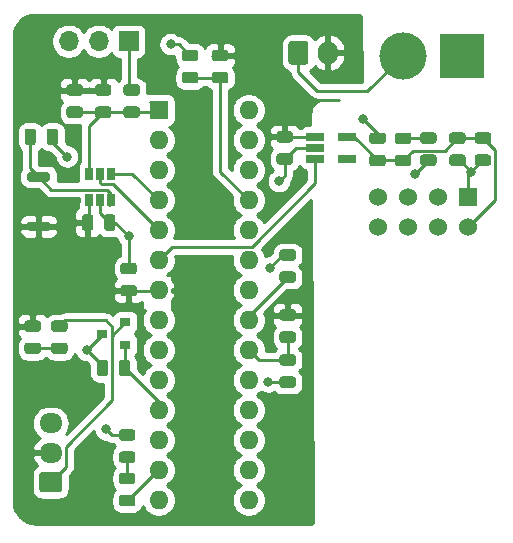
<source format=gbr>
G04 #@! TF.GenerationSoftware,KiCad,Pcbnew,5.1.6-c6e7f7d~87~ubuntu20.04.1*
G04 #@! TF.CreationDate,2020-10-16T00:20:04+02:00*
G04 #@! TF.ProjectId,soil_humidity_module,736f696c-5f68-4756-9d69-646974795f6d,rev?*
G04 #@! TF.SameCoordinates,Original*
G04 #@! TF.FileFunction,Copper,L1,Top*
G04 #@! TF.FilePolarity,Positive*
%FSLAX46Y46*%
G04 Gerber Fmt 4.6, Leading zero omitted, Abs format (unit mm)*
G04 Created by KiCad (PCBNEW 5.1.6-c6e7f7d~87~ubuntu20.04.1) date 2020-10-16 00:20:04*
%MOMM*%
%LPD*%
G01*
G04 APERTURE LIST*
G04 #@! TA.AperFunction,SMDPad,CuDef*
%ADD10R,1.560000X0.650000*%
G04 #@! TD*
G04 #@! TA.AperFunction,ComponentPad*
%ADD11R,3.800000X3.800000*%
G04 #@! TD*
G04 #@! TA.AperFunction,ComponentPad*
%ADD12C,4.000000*%
G04 #@! TD*
G04 #@! TA.AperFunction,SMDPad,CuDef*
%ADD13R,0.650000X1.060000*%
G04 #@! TD*
G04 #@! TA.AperFunction,SMDPad,CuDef*
%ADD14R,0.900000X0.800000*%
G04 #@! TD*
G04 #@! TA.AperFunction,ComponentPad*
%ADD15O,1.950000X1.700000*%
G04 #@! TD*
G04 #@! TA.AperFunction,ComponentPad*
%ADD16O,1.700000X2.000000*%
G04 #@! TD*
G04 #@! TA.AperFunction,ComponentPad*
%ADD17R,1.700000X1.700000*%
G04 #@! TD*
G04 #@! TA.AperFunction,ComponentPad*
%ADD18O,1.700000X1.700000*%
G04 #@! TD*
G04 #@! TA.AperFunction,ComponentPad*
%ADD19C,1.524000*%
G04 #@! TD*
G04 #@! TA.AperFunction,ComponentPad*
%ADD20R,1.524000X1.524000*%
G04 #@! TD*
G04 #@! TA.AperFunction,ComponentPad*
%ADD21R,1.600000X1.600000*%
G04 #@! TD*
G04 #@! TA.AperFunction,ComponentPad*
%ADD22O,1.600000X1.600000*%
G04 #@! TD*
G04 #@! TA.AperFunction,ViaPad*
%ADD23C,0.800000*%
G04 #@! TD*
G04 #@! TA.AperFunction,Conductor*
%ADD24C,0.250000*%
G04 #@! TD*
G04 #@! TA.AperFunction,Conductor*
%ADD25C,0.254000*%
G04 #@! TD*
G04 APERTURE END LIST*
G04 #@! TA.AperFunction,SMDPad,CuDef*
G36*
G01*
X166040750Y-96995400D02*
X166953250Y-96995400D01*
G75*
G02*
X167197000Y-97239150I0J-243750D01*
G01*
X167197000Y-97726650D01*
G75*
G02*
X166953250Y-97970400I-243750J0D01*
G01*
X166040750Y-97970400D01*
G75*
G02*
X165797000Y-97726650I0J243750D01*
G01*
X165797000Y-97239150D01*
G75*
G02*
X166040750Y-96995400I243750J0D01*
G01*
G37*
G04 #@! TD.AperFunction*
G04 #@! TA.AperFunction,SMDPad,CuDef*
G36*
G01*
X166040750Y-95120400D02*
X166953250Y-95120400D01*
G75*
G02*
X167197000Y-95364150I0J-243750D01*
G01*
X167197000Y-95851650D01*
G75*
G02*
X166953250Y-96095400I-243750J0D01*
G01*
X166040750Y-96095400D01*
G75*
G02*
X165797000Y-95851650I0J243750D01*
G01*
X165797000Y-95364150D01*
G75*
G02*
X166040750Y-95120400I243750J0D01*
G01*
G37*
G04 #@! TD.AperFunction*
G04 #@! TA.AperFunction,SMDPad,CuDef*
G36*
G01*
X164794250Y-96095400D02*
X163881750Y-96095400D01*
G75*
G02*
X163638000Y-95851650I0J243750D01*
G01*
X163638000Y-95364150D01*
G75*
G02*
X163881750Y-95120400I243750J0D01*
G01*
X164794250Y-95120400D01*
G75*
G02*
X165038000Y-95364150I0J-243750D01*
G01*
X165038000Y-95851650D01*
G75*
G02*
X164794250Y-96095400I-243750J0D01*
G01*
G37*
G04 #@! TD.AperFunction*
G04 #@! TA.AperFunction,SMDPad,CuDef*
G36*
G01*
X164794250Y-97970400D02*
X163881750Y-97970400D01*
G75*
G02*
X163638000Y-97726650I0J243750D01*
G01*
X163638000Y-97239150D01*
G75*
G02*
X163881750Y-96995400I243750J0D01*
G01*
X164794250Y-96995400D01*
G75*
G02*
X165038000Y-97239150I0J-243750D01*
G01*
X165038000Y-97726650D01*
G75*
G02*
X164794250Y-97970400I-243750J0D01*
G01*
G37*
G04 #@! TD.AperFunction*
D10*
X161751000Y-95468400D03*
X161751000Y-97368400D03*
X159051000Y-97368400D03*
X159051000Y-96418400D03*
X159051000Y-95468400D03*
G04 #@! TA.AperFunction,SMDPad,CuDef*
G36*
G01*
X137844850Y-111995800D02*
X136932350Y-111995800D01*
G75*
G02*
X136688600Y-111752050I0J243750D01*
G01*
X136688600Y-111264550D01*
G75*
G02*
X136932350Y-111020800I243750J0D01*
G01*
X137844850Y-111020800D01*
G75*
G02*
X138088600Y-111264550I0J-243750D01*
G01*
X138088600Y-111752050D01*
G75*
G02*
X137844850Y-111995800I-243750J0D01*
G01*
G37*
G04 #@! TD.AperFunction*
G04 #@! TA.AperFunction,SMDPad,CuDef*
G36*
G01*
X137844850Y-113870800D02*
X136932350Y-113870800D01*
G75*
G02*
X136688600Y-113627050I0J243750D01*
G01*
X136688600Y-113139550D01*
G75*
G02*
X136932350Y-112895800I243750J0D01*
G01*
X137844850Y-112895800D01*
G75*
G02*
X138088600Y-113139550I0J-243750D01*
G01*
X138088600Y-113627050D01*
G75*
G02*
X137844850Y-113870800I-243750J0D01*
G01*
G37*
G04 #@! TD.AperFunction*
G04 #@! TA.AperFunction,SMDPad,CuDef*
G36*
G01*
X143712250Y-107119000D02*
X142799750Y-107119000D01*
G75*
G02*
X142556000Y-106875250I0J243750D01*
G01*
X142556000Y-106387750D01*
G75*
G02*
X142799750Y-106144000I243750J0D01*
G01*
X143712250Y-106144000D01*
G75*
G02*
X143956000Y-106387750I0J-243750D01*
G01*
X143956000Y-106875250D01*
G75*
G02*
X143712250Y-107119000I-243750J0D01*
G01*
G37*
G04 #@! TD.AperFunction*
G04 #@! TA.AperFunction,SMDPad,CuDef*
G36*
G01*
X143712250Y-108994000D02*
X142799750Y-108994000D01*
G75*
G02*
X142556000Y-108750250I0J243750D01*
G01*
X142556000Y-108262750D01*
G75*
G02*
X142799750Y-108019000I243750J0D01*
G01*
X143712250Y-108019000D01*
G75*
G02*
X143956000Y-108262750I0J-243750D01*
G01*
X143956000Y-108750250D01*
G75*
G02*
X143712250Y-108994000I-243750J0D01*
G01*
G37*
G04 #@! TD.AperFunction*
G04 #@! TA.AperFunction,SMDPad,CuDef*
G36*
G01*
X134836000Y-102665000D02*
X136436000Y-102665000D01*
G75*
G02*
X136636000Y-102865000I0J-200000D01*
G01*
X136636000Y-103265000D01*
G75*
G02*
X136436000Y-103465000I-200000J0D01*
G01*
X134836000Y-103465000D01*
G75*
G02*
X134636000Y-103265000I0J200000D01*
G01*
X134636000Y-102865000D01*
G75*
G02*
X134836000Y-102665000I200000J0D01*
G01*
G37*
G04 #@! TD.AperFunction*
G04 #@! TA.AperFunction,SMDPad,CuDef*
G36*
G01*
X134836000Y-98465000D02*
X136436000Y-98465000D01*
G75*
G02*
X136636000Y-98665000I0J-200000D01*
G01*
X136636000Y-99065000D01*
G75*
G02*
X136436000Y-99265000I-200000J0D01*
G01*
X134836000Y-99265000D01*
G75*
G02*
X134636000Y-99065000I0J200000D01*
G01*
X134636000Y-98665000D01*
G75*
G02*
X134836000Y-98465000I200000J0D01*
G01*
G37*
G04 #@! TD.AperFunction*
D11*
X171450000Y-88595200D03*
D12*
X166450000Y-88595200D03*
G04 #@! TA.AperFunction,SMDPad,CuDef*
G36*
G01*
X138227750Y-92906000D02*
X139140250Y-92906000D01*
G75*
G02*
X139384000Y-93149750I0J-243750D01*
G01*
X139384000Y-93637250D01*
G75*
G02*
X139140250Y-93881000I-243750J0D01*
G01*
X138227750Y-93881000D01*
G75*
G02*
X137984000Y-93637250I0J243750D01*
G01*
X137984000Y-93149750D01*
G75*
G02*
X138227750Y-92906000I243750J0D01*
G01*
G37*
G04 #@! TD.AperFunction*
G04 #@! TA.AperFunction,SMDPad,CuDef*
G36*
G01*
X138227750Y-91031000D02*
X139140250Y-91031000D01*
G75*
G02*
X139384000Y-91274750I0J-243750D01*
G01*
X139384000Y-91762250D01*
G75*
G02*
X139140250Y-92006000I-243750J0D01*
G01*
X138227750Y-92006000D01*
G75*
G02*
X137984000Y-91762250I0J243750D01*
G01*
X137984000Y-91274750D01*
G75*
G02*
X138227750Y-91031000I243750J0D01*
G01*
G37*
G04 #@! TD.AperFunction*
G04 #@! TA.AperFunction,SMDPad,CuDef*
G36*
G01*
X143585250Y-124899000D02*
X142672750Y-124899000D01*
G75*
G02*
X142429000Y-124655250I0J243750D01*
G01*
X142429000Y-124167750D01*
G75*
G02*
X142672750Y-123924000I243750J0D01*
G01*
X143585250Y-123924000D01*
G75*
G02*
X143829000Y-124167750I0J-243750D01*
G01*
X143829000Y-124655250D01*
G75*
G02*
X143585250Y-124899000I-243750J0D01*
G01*
G37*
G04 #@! TD.AperFunction*
G04 #@! TA.AperFunction,SMDPad,CuDef*
G36*
G01*
X143585250Y-126774000D02*
X142672750Y-126774000D01*
G75*
G02*
X142429000Y-126530250I0J243750D01*
G01*
X142429000Y-126042750D01*
G75*
G02*
X142672750Y-125799000I243750J0D01*
G01*
X143585250Y-125799000D01*
G75*
G02*
X143829000Y-126042750I0J-243750D01*
G01*
X143829000Y-126530250D01*
G75*
G02*
X143585250Y-126774000I-243750J0D01*
G01*
G37*
G04 #@! TD.AperFunction*
G04 #@! TA.AperFunction,SMDPad,CuDef*
G36*
G01*
X142672750Y-122116000D02*
X143585250Y-122116000D01*
G75*
G02*
X143829000Y-122359750I0J-243750D01*
G01*
X143829000Y-122847250D01*
G75*
G02*
X143585250Y-123091000I-243750J0D01*
G01*
X142672750Y-123091000D01*
G75*
G02*
X142429000Y-122847250I0J243750D01*
G01*
X142429000Y-122359750D01*
G75*
G02*
X142672750Y-122116000I243750J0D01*
G01*
G37*
G04 #@! TD.AperFunction*
G04 #@! TA.AperFunction,SMDPad,CuDef*
G36*
G01*
X142672750Y-120241000D02*
X143585250Y-120241000D01*
G75*
G02*
X143829000Y-120484750I0J-243750D01*
G01*
X143829000Y-120972250D01*
G75*
G02*
X143585250Y-121216000I-243750J0D01*
G01*
X142672750Y-121216000D01*
G75*
G02*
X142429000Y-120972250I0J243750D01*
G01*
X142429000Y-120484750D01*
G75*
G02*
X142672750Y-120241000I243750J0D01*
G01*
G37*
G04 #@! TD.AperFunction*
D13*
X140843000Y-98595000D03*
X139893000Y-98595000D03*
X141793000Y-98595000D03*
X141793000Y-100795000D03*
X140843000Y-100795000D03*
X139893000Y-100795000D03*
G04 #@! TA.AperFunction,SMDPad,CuDef*
G36*
G01*
X136314600Y-95934850D02*
X136314600Y-95022350D01*
G75*
G02*
X136558350Y-94778600I243750J0D01*
G01*
X137045850Y-94778600D01*
G75*
G02*
X137289600Y-95022350I0J-243750D01*
G01*
X137289600Y-95934850D01*
G75*
G02*
X137045850Y-96178600I-243750J0D01*
G01*
X136558350Y-96178600D01*
G75*
G02*
X136314600Y-95934850I0J243750D01*
G01*
G37*
G04 #@! TD.AperFunction*
G04 #@! TA.AperFunction,SMDPad,CuDef*
G36*
G01*
X134439600Y-95934850D02*
X134439600Y-95022350D01*
G75*
G02*
X134683350Y-94778600I243750J0D01*
G01*
X135170850Y-94778600D01*
G75*
G02*
X135414600Y-95022350I0J-243750D01*
G01*
X135414600Y-95934850D01*
G75*
G02*
X135170850Y-96178600I-243750J0D01*
G01*
X134683350Y-96178600D01*
G75*
G02*
X134439600Y-95934850I0J243750D01*
G01*
G37*
G04 #@! TD.AperFunction*
G04 #@! TA.AperFunction,SMDPad,CuDef*
G36*
G01*
X141166000Y-103199250D02*
X141166000Y-102286750D01*
G75*
G02*
X141409750Y-102043000I243750J0D01*
G01*
X141897250Y-102043000D01*
G75*
G02*
X142141000Y-102286750I0J-243750D01*
G01*
X142141000Y-103199250D01*
G75*
G02*
X141897250Y-103443000I-243750J0D01*
G01*
X141409750Y-103443000D01*
G75*
G02*
X141166000Y-103199250I0J243750D01*
G01*
G37*
G04 #@! TD.AperFunction*
G04 #@! TA.AperFunction,SMDPad,CuDef*
G36*
G01*
X139291000Y-103199250D02*
X139291000Y-102286750D01*
G75*
G02*
X139534750Y-102043000I243750J0D01*
G01*
X140022250Y-102043000D01*
G75*
G02*
X140266000Y-102286750I0J-243750D01*
G01*
X140266000Y-103199250D01*
G75*
G02*
X140022250Y-103443000I-243750J0D01*
G01*
X139534750Y-103443000D01*
G75*
G02*
X139291000Y-103199250I0J243750D01*
G01*
G37*
G04 #@! TD.AperFunction*
G04 #@! TA.AperFunction,SMDPad,CuDef*
G36*
G01*
X157174250Y-105976000D02*
X156261750Y-105976000D01*
G75*
G02*
X156018000Y-105732250I0J243750D01*
G01*
X156018000Y-105244750D01*
G75*
G02*
X156261750Y-105001000I243750J0D01*
G01*
X157174250Y-105001000D01*
G75*
G02*
X157418000Y-105244750I0J-243750D01*
G01*
X157418000Y-105732250D01*
G75*
G02*
X157174250Y-105976000I-243750J0D01*
G01*
G37*
G04 #@! TD.AperFunction*
G04 #@! TA.AperFunction,SMDPad,CuDef*
G36*
G01*
X157174250Y-107851000D02*
X156261750Y-107851000D01*
G75*
G02*
X156018000Y-107607250I0J243750D01*
G01*
X156018000Y-107119750D01*
G75*
G02*
X156261750Y-106876000I243750J0D01*
G01*
X157174250Y-106876000D01*
G75*
G02*
X157418000Y-107119750I0J-243750D01*
G01*
X157418000Y-107607250D01*
G75*
G02*
X157174250Y-107851000I-243750J0D01*
G01*
G37*
G04 #@! TD.AperFunction*
D14*
X140986000Y-112141000D03*
X142986000Y-111191000D03*
X142986000Y-113091000D03*
D15*
X136652000Y-119714000D03*
X136652000Y-122214000D03*
G04 #@! TA.AperFunction,ComponentPad*
G36*
G01*
X137377000Y-125564000D02*
X135927000Y-125564000D01*
G75*
G02*
X135677000Y-125314000I0J250000D01*
G01*
X135677000Y-124114000D01*
G75*
G02*
X135927000Y-123864000I250000J0D01*
G01*
X137377000Y-123864000D01*
G75*
G02*
X137627000Y-124114000I0J-250000D01*
G01*
X137627000Y-125314000D01*
G75*
G02*
X137377000Y-125564000I-250000J0D01*
G01*
G37*
G04 #@! TD.AperFunction*
D16*
X160132400Y-88366600D03*
G04 #@! TA.AperFunction,ComponentPad*
G36*
G01*
X156782400Y-89116600D02*
X156782400Y-87616600D01*
G75*
G02*
X157032400Y-87366600I250000J0D01*
G01*
X158232400Y-87366600D01*
G75*
G02*
X158482400Y-87616600I0J-250000D01*
G01*
X158482400Y-89116600D01*
G75*
G02*
X158232400Y-89366600I-250000J0D01*
G01*
X157032400Y-89366600D01*
G75*
G02*
X156782400Y-89116600I0J250000D01*
G01*
G37*
G04 #@! TD.AperFunction*
G04 #@! TA.AperFunction,SMDPad,CuDef*
G36*
G01*
X141536000Y-114605750D02*
X141536000Y-115518250D01*
G75*
G02*
X141292250Y-115762000I-243750J0D01*
G01*
X140804750Y-115762000D01*
G75*
G02*
X140561000Y-115518250I0J243750D01*
G01*
X140561000Y-114605750D01*
G75*
G02*
X140804750Y-114362000I243750J0D01*
G01*
X141292250Y-114362000D01*
G75*
G02*
X141536000Y-114605750I0J-243750D01*
G01*
G37*
G04 #@! TD.AperFunction*
G04 #@! TA.AperFunction,SMDPad,CuDef*
G36*
G01*
X143411000Y-114605750D02*
X143411000Y-115518250D01*
G75*
G02*
X143167250Y-115762000I-243750J0D01*
G01*
X142679750Y-115762000D01*
G75*
G02*
X142436000Y-115518250I0J243750D01*
G01*
X142436000Y-114605750D01*
G75*
G02*
X142679750Y-114362000I243750J0D01*
G01*
X143167250Y-114362000D01*
G75*
G02*
X143411000Y-114605750I0J-243750D01*
G01*
G37*
G04 #@! TD.AperFunction*
G04 #@! TA.AperFunction,SMDPad,CuDef*
G36*
G01*
X156261750Y-111956000D02*
X157174250Y-111956000D01*
G75*
G02*
X157418000Y-112199750I0J-243750D01*
G01*
X157418000Y-112687250D01*
G75*
G02*
X157174250Y-112931000I-243750J0D01*
G01*
X156261750Y-112931000D01*
G75*
G02*
X156018000Y-112687250I0J243750D01*
G01*
X156018000Y-112199750D01*
G75*
G02*
X156261750Y-111956000I243750J0D01*
G01*
G37*
G04 #@! TD.AperFunction*
G04 #@! TA.AperFunction,SMDPad,CuDef*
G36*
G01*
X156261750Y-110081000D02*
X157174250Y-110081000D01*
G75*
G02*
X157418000Y-110324750I0J-243750D01*
G01*
X157418000Y-110812250D01*
G75*
G02*
X157174250Y-111056000I-243750J0D01*
G01*
X156261750Y-111056000D01*
G75*
G02*
X156018000Y-110812250I0J243750D01*
G01*
X156018000Y-110324750D01*
G75*
G02*
X156261750Y-110081000I243750J0D01*
G01*
G37*
G04 #@! TD.AperFunction*
G04 #@! TA.AperFunction,SMDPad,CuDef*
G36*
G01*
X156261750Y-115766000D02*
X157174250Y-115766000D01*
G75*
G02*
X157418000Y-116009750I0J-243750D01*
G01*
X157418000Y-116497250D01*
G75*
G02*
X157174250Y-116741000I-243750J0D01*
G01*
X156261750Y-116741000D01*
G75*
G02*
X156018000Y-116497250I0J243750D01*
G01*
X156018000Y-116009750D01*
G75*
G02*
X156261750Y-115766000I243750J0D01*
G01*
G37*
G04 #@! TD.AperFunction*
G04 #@! TA.AperFunction,SMDPad,CuDef*
G36*
G01*
X156261750Y-113891000D02*
X157174250Y-113891000D01*
G75*
G02*
X157418000Y-114134750I0J-243750D01*
G01*
X157418000Y-114622250D01*
G75*
G02*
X157174250Y-114866000I-243750J0D01*
G01*
X156261750Y-114866000D01*
G75*
G02*
X156018000Y-114622250I0J243750D01*
G01*
X156018000Y-114134750D01*
G75*
G02*
X156261750Y-113891000I243750J0D01*
G01*
G37*
G04 #@! TD.AperFunction*
D17*
X143256000Y-87376000D03*
D18*
X140716000Y-87376000D03*
X138176000Y-87376000D03*
G04 #@! TA.AperFunction,SMDPad,CuDef*
G36*
G01*
X143966250Y-92006000D02*
X143053750Y-92006000D01*
G75*
G02*
X142810000Y-91762250I0J243750D01*
G01*
X142810000Y-91274750D01*
G75*
G02*
X143053750Y-91031000I243750J0D01*
G01*
X143966250Y-91031000D01*
G75*
G02*
X144210000Y-91274750I0J-243750D01*
G01*
X144210000Y-91762250D01*
G75*
G02*
X143966250Y-92006000I-243750J0D01*
G01*
G37*
G04 #@! TD.AperFunction*
G04 #@! TA.AperFunction,SMDPad,CuDef*
G36*
G01*
X143966250Y-93881000D02*
X143053750Y-93881000D01*
G75*
G02*
X142810000Y-93637250I0J243750D01*
G01*
X142810000Y-93149750D01*
G75*
G02*
X143053750Y-92906000I243750J0D01*
G01*
X143966250Y-92906000D01*
G75*
G02*
X144210000Y-93149750I0J-243750D01*
G01*
X144210000Y-93637250D01*
G75*
G02*
X143966250Y-93881000I-243750J0D01*
G01*
G37*
G04 #@! TD.AperFunction*
G04 #@! TA.AperFunction,SMDPad,CuDef*
G36*
G01*
X170638150Y-96970000D02*
X171550650Y-96970000D01*
G75*
G02*
X171794400Y-97213750I0J-243750D01*
G01*
X171794400Y-97701250D01*
G75*
G02*
X171550650Y-97945000I-243750J0D01*
G01*
X170638150Y-97945000D01*
G75*
G02*
X170394400Y-97701250I0J243750D01*
G01*
X170394400Y-97213750D01*
G75*
G02*
X170638150Y-96970000I243750J0D01*
G01*
G37*
G04 #@! TD.AperFunction*
G04 #@! TA.AperFunction,SMDPad,CuDef*
G36*
G01*
X170638150Y-95095000D02*
X171550650Y-95095000D01*
G75*
G02*
X171794400Y-95338750I0J-243750D01*
G01*
X171794400Y-95826250D01*
G75*
G02*
X171550650Y-96070000I-243750J0D01*
G01*
X170638150Y-96070000D01*
G75*
G02*
X170394400Y-95826250I0J243750D01*
G01*
X170394400Y-95338750D01*
G75*
G02*
X170638150Y-95095000I243750J0D01*
G01*
G37*
G04 #@! TD.AperFunction*
G04 #@! TA.AperFunction,SMDPad,CuDef*
G36*
G01*
X172797150Y-96970000D02*
X173709650Y-96970000D01*
G75*
G02*
X173953400Y-97213750I0J-243750D01*
G01*
X173953400Y-97701250D01*
G75*
G02*
X173709650Y-97945000I-243750J0D01*
G01*
X172797150Y-97945000D01*
G75*
G02*
X172553400Y-97701250I0J243750D01*
G01*
X172553400Y-97213750D01*
G75*
G02*
X172797150Y-96970000I243750J0D01*
G01*
G37*
G04 #@! TD.AperFunction*
G04 #@! TA.AperFunction,SMDPad,CuDef*
G36*
G01*
X172797150Y-95095000D02*
X173709650Y-95095000D01*
G75*
G02*
X173953400Y-95338750I0J-243750D01*
G01*
X173953400Y-95826250D01*
G75*
G02*
X173709650Y-96070000I-243750J0D01*
G01*
X172797150Y-96070000D01*
G75*
G02*
X172553400Y-95826250I0J243750D01*
G01*
X172553400Y-95338750D01*
G75*
G02*
X172797150Y-95095000I243750J0D01*
G01*
G37*
G04 #@! TD.AperFunction*
G04 #@! TA.AperFunction,SMDPad,CuDef*
G36*
G01*
X168174350Y-96970000D02*
X169086850Y-96970000D01*
G75*
G02*
X169330600Y-97213750I0J-243750D01*
G01*
X169330600Y-97701250D01*
G75*
G02*
X169086850Y-97945000I-243750J0D01*
G01*
X168174350Y-97945000D01*
G75*
G02*
X167930600Y-97701250I0J243750D01*
G01*
X167930600Y-97213750D01*
G75*
G02*
X168174350Y-96970000I243750J0D01*
G01*
G37*
G04 #@! TD.AperFunction*
G04 #@! TA.AperFunction,SMDPad,CuDef*
G36*
G01*
X168174350Y-95095000D02*
X169086850Y-95095000D01*
G75*
G02*
X169330600Y-95338750I0J-243750D01*
G01*
X169330600Y-95826250D01*
G75*
G02*
X169086850Y-96070000I-243750J0D01*
G01*
X168174350Y-96070000D01*
G75*
G02*
X167930600Y-95826250I0J243750D01*
G01*
X167930600Y-95338750D01*
G75*
G02*
X168174350Y-95095000I243750J0D01*
G01*
G37*
G04 #@! TD.AperFunction*
G04 #@! TA.AperFunction,SMDPad,CuDef*
G36*
G01*
X135584250Y-111995800D02*
X134671750Y-111995800D01*
G75*
G02*
X134428000Y-111752050I0J243750D01*
G01*
X134428000Y-111264550D01*
G75*
G02*
X134671750Y-111020800I243750J0D01*
G01*
X135584250Y-111020800D01*
G75*
G02*
X135828000Y-111264550I0J-243750D01*
G01*
X135828000Y-111752050D01*
G75*
G02*
X135584250Y-111995800I-243750J0D01*
G01*
G37*
G04 #@! TD.AperFunction*
G04 #@! TA.AperFunction,SMDPad,CuDef*
G36*
G01*
X135584250Y-113870800D02*
X134671750Y-113870800D01*
G75*
G02*
X134428000Y-113627050I0J243750D01*
G01*
X134428000Y-113139550D01*
G75*
G02*
X134671750Y-112895800I243750J0D01*
G01*
X135584250Y-112895800D01*
G75*
G02*
X135828000Y-113139550I0J-243750D01*
G01*
X135828000Y-113627050D01*
G75*
G02*
X135584250Y-113870800I-243750J0D01*
G01*
G37*
G04 #@! TD.AperFunction*
D19*
X164338000Y-103124000D03*
X164338000Y-100584000D03*
X166878000Y-103124000D03*
X166878000Y-100584000D03*
X169418000Y-103124000D03*
X169418000Y-100584000D03*
X171958000Y-103124000D03*
D20*
X171958000Y-100584000D03*
G04 #@! TA.AperFunction,SMDPad,CuDef*
G36*
G01*
X156007750Y-94993400D02*
X156920250Y-94993400D01*
G75*
G02*
X157164000Y-95237150I0J-243750D01*
G01*
X157164000Y-95724650D01*
G75*
G02*
X156920250Y-95968400I-243750J0D01*
G01*
X156007750Y-95968400D01*
G75*
G02*
X155764000Y-95724650I0J243750D01*
G01*
X155764000Y-95237150D01*
G75*
G02*
X156007750Y-94993400I243750J0D01*
G01*
G37*
G04 #@! TD.AperFunction*
G04 #@! TA.AperFunction,SMDPad,CuDef*
G36*
G01*
X156007750Y-96868400D02*
X156920250Y-96868400D01*
G75*
G02*
X157164000Y-97112150I0J-243750D01*
G01*
X157164000Y-97599650D01*
G75*
G02*
X156920250Y-97843400I-243750J0D01*
G01*
X156007750Y-97843400D01*
G75*
G02*
X155764000Y-97599650I0J243750D01*
G01*
X155764000Y-97112150D01*
G75*
G02*
X156007750Y-96868400I243750J0D01*
G01*
G37*
G04 #@! TD.AperFunction*
G04 #@! TA.AperFunction,SMDPad,CuDef*
G36*
G01*
X141553250Y-93881000D02*
X140640750Y-93881000D01*
G75*
G02*
X140397000Y-93637250I0J243750D01*
G01*
X140397000Y-93149750D01*
G75*
G02*
X140640750Y-92906000I243750J0D01*
G01*
X141553250Y-92906000D01*
G75*
G02*
X141797000Y-93149750I0J-243750D01*
G01*
X141797000Y-93637250D01*
G75*
G02*
X141553250Y-93881000I-243750J0D01*
G01*
G37*
G04 #@! TD.AperFunction*
G04 #@! TA.AperFunction,SMDPad,CuDef*
G36*
G01*
X141553250Y-92006000D02*
X140640750Y-92006000D01*
G75*
G02*
X140397000Y-91762250I0J243750D01*
G01*
X140397000Y-91274750D01*
G75*
G02*
X140640750Y-91031000I243750J0D01*
G01*
X141553250Y-91031000D01*
G75*
G02*
X141797000Y-91274750I0J-243750D01*
G01*
X141797000Y-91762250D01*
G75*
G02*
X141553250Y-92006000I-243750J0D01*
G01*
G37*
G04 #@! TD.AperFunction*
G04 #@! TA.AperFunction,SMDPad,CuDef*
G36*
G01*
X150546750Y-89985000D02*
X151459250Y-89985000D01*
G75*
G02*
X151703000Y-90228750I0J-243750D01*
G01*
X151703000Y-90716250D01*
G75*
G02*
X151459250Y-90960000I-243750J0D01*
G01*
X150546750Y-90960000D01*
G75*
G02*
X150303000Y-90716250I0J243750D01*
G01*
X150303000Y-90228750D01*
G75*
G02*
X150546750Y-89985000I243750J0D01*
G01*
G37*
G04 #@! TD.AperFunction*
G04 #@! TA.AperFunction,SMDPad,CuDef*
G36*
G01*
X150546750Y-88110000D02*
X151459250Y-88110000D01*
G75*
G02*
X151703000Y-88353750I0J-243750D01*
G01*
X151703000Y-88841250D01*
G75*
G02*
X151459250Y-89085000I-243750J0D01*
G01*
X150546750Y-89085000D01*
G75*
G02*
X150303000Y-88841250I0J243750D01*
G01*
X150303000Y-88353750D01*
G75*
G02*
X150546750Y-88110000I243750J0D01*
G01*
G37*
G04 #@! TD.AperFunction*
G04 #@! TA.AperFunction,SMDPad,CuDef*
G36*
G01*
X148919250Y-89085000D02*
X148006750Y-89085000D01*
G75*
G02*
X147763000Y-88841250I0J243750D01*
G01*
X147763000Y-88353750D01*
G75*
G02*
X148006750Y-88110000I243750J0D01*
G01*
X148919250Y-88110000D01*
G75*
G02*
X149163000Y-88353750I0J-243750D01*
G01*
X149163000Y-88841250D01*
G75*
G02*
X148919250Y-89085000I-243750J0D01*
G01*
G37*
G04 #@! TD.AperFunction*
G04 #@! TA.AperFunction,SMDPad,CuDef*
G36*
G01*
X148919250Y-90960000D02*
X148006750Y-90960000D01*
G75*
G02*
X147763000Y-90716250I0J243750D01*
G01*
X147763000Y-90228750D01*
G75*
G02*
X148006750Y-89985000I243750J0D01*
G01*
X148919250Y-89985000D01*
G75*
G02*
X149163000Y-90228750I0J-243750D01*
G01*
X149163000Y-90716250D01*
G75*
G02*
X148919250Y-90960000I-243750J0D01*
G01*
G37*
G04 #@! TD.AperFunction*
D21*
X145796000Y-93218000D03*
D22*
X153416000Y-126238000D03*
X145796000Y-95758000D03*
X153416000Y-123698000D03*
X145796000Y-98298000D03*
X153416000Y-121158000D03*
X145796000Y-100838000D03*
X153416000Y-118618000D03*
X145796000Y-103378000D03*
X153416000Y-116078000D03*
X145796000Y-105918000D03*
X153416000Y-113538000D03*
X145796000Y-108458000D03*
X153416000Y-110998000D03*
X145796000Y-110998000D03*
X153416000Y-108458000D03*
X145796000Y-113538000D03*
X153416000Y-105918000D03*
X145796000Y-116078000D03*
X153416000Y-103378000D03*
X145796000Y-118618000D03*
X153416000Y-100838000D03*
X145796000Y-121158000D03*
X153416000Y-98298000D03*
X145796000Y-123698000D03*
X153416000Y-95758000D03*
X145796000Y-126238000D03*
X153416000Y-93218000D03*
D23*
X167538400Y-98628200D03*
X163068000Y-94005400D03*
X172237400Y-98425000D03*
X146812000Y-87630000D03*
X139700000Y-113538000D03*
X138049000Y-97155000D03*
X155067000Y-116205000D03*
X143256000Y-103886000D03*
X155194000Y-106553000D03*
X141325600Y-120243600D03*
X155981400Y-99237800D03*
D24*
X166450000Y-88595200D02*
X163478200Y-91567000D01*
X163478200Y-91567000D02*
X159207200Y-91567000D01*
X157632400Y-89992200D02*
X157632400Y-88366600D01*
X159207200Y-91567000D02*
X157632400Y-89992200D01*
X141048500Y-115062500D02*
X141048500Y-115062000D01*
X141048500Y-115062500D02*
X141049000Y-115062000D01*
X147495500Y-87630000D02*
X148463000Y-88597500D01*
X146812000Y-87630000D02*
X147495500Y-87630000D01*
X140986000Y-112141000D02*
X140970000Y-112141000D01*
X140986000Y-112252000D02*
X139700000Y-113538000D01*
X140986000Y-112141000D02*
X140986000Y-112252000D01*
X155115500Y-116253500D02*
X155067000Y-116205000D01*
X156718000Y-116253500D02*
X155115500Y-116253500D01*
X140843000Y-101932500D02*
X140843000Y-100795000D01*
X141653500Y-102743000D02*
X140843000Y-101932500D01*
X142113000Y-102743000D02*
X143256000Y-103886000D01*
X141653500Y-102743000D02*
X142113000Y-102743000D01*
X143256000Y-103886000D02*
X143256000Y-106631500D01*
X156258500Y-105488500D02*
X155194000Y-106553000D01*
X156718000Y-105488500D02*
X156258500Y-105488500D01*
X143129000Y-120728500D02*
X143129000Y-120650000D01*
X171822000Y-100448000D02*
X171958000Y-100584000D01*
X156464000Y-97355900D02*
X156464000Y-97561400D01*
X164338000Y-95275400D02*
X163068000Y-94005400D01*
X164338000Y-95607900D02*
X164338000Y-95275400D01*
X173253400Y-97457500D02*
X173301900Y-97457500D01*
X171958000Y-100584000D02*
X172339000Y-100584000D01*
X171269900Y-97457500D02*
X172237400Y-98425000D01*
X171094400Y-97457500D02*
X171269900Y-97457500D01*
X173204900Y-97457500D02*
X172237400Y-98425000D01*
X173253400Y-97457500D02*
X173204900Y-97457500D01*
X157401500Y-96418400D02*
X156464000Y-97355900D01*
X159051000Y-96418400D02*
X157401500Y-96418400D01*
X171958000Y-98704400D02*
X172237400Y-98425000D01*
X171958000Y-100584000D02*
X171958000Y-98704400D01*
X141048500Y-114886500D02*
X139700000Y-113538000D01*
X141048500Y-115062000D02*
X141048500Y-114886500D01*
X162323500Y-95468400D02*
X164338000Y-97482900D01*
X161751000Y-95468400D02*
X162323500Y-95468400D01*
X164338000Y-97482900D02*
X166497000Y-97482900D01*
X174278410Y-96607510D02*
X173253400Y-95582500D01*
X174278410Y-100803590D02*
X174278410Y-96607510D01*
X171958000Y-103124000D02*
X174278410Y-100803590D01*
X142923500Y-115062500D02*
X142923500Y-115062000D01*
X142923500Y-115062500D02*
X142923000Y-115062000D01*
X142923000Y-115062000D02*
X142923000Y-113879000D01*
X142923000Y-113879000D02*
X142986000Y-113816000D01*
X142986000Y-113816000D02*
X142986000Y-113091000D01*
X148463000Y-90472500D02*
X151003000Y-90472500D01*
X151003000Y-98425000D02*
X153416000Y-100838000D01*
X151003000Y-90472500D02*
X151003000Y-98425000D01*
X166418500Y-95529400D02*
X166497000Y-95607900D01*
X153416000Y-110665500D02*
X153416000Y-110998000D01*
X156718000Y-107363500D02*
X153416000Y-110665500D01*
X153494500Y-113459500D02*
X153416000Y-113538000D01*
X156718000Y-112443500D02*
X156718000Y-114378500D01*
X154256500Y-114378500D02*
X153416000Y-113538000D01*
X156718000Y-114378500D02*
X154256500Y-114378500D01*
X150306000Y-88659700D02*
X150495000Y-88470500D01*
X138290500Y-91518500D02*
X138684000Y-91518500D01*
X139893000Y-102628500D02*
X139778500Y-102743000D01*
X139893000Y-100795000D02*
X139893000Y-102628500D01*
X145747500Y-108506500D02*
X145796000Y-108458000D01*
X143256000Y-108506500D02*
X145747500Y-108506500D01*
X159038500Y-95480900D02*
X159051000Y-95468400D01*
X156464000Y-95480900D02*
X159038500Y-95480900D01*
X156464000Y-98755200D02*
X155981400Y-99237800D01*
X156464000Y-97355900D02*
X156464000Y-98755200D01*
X168630600Y-97536000D02*
X167538400Y-98628200D01*
X168630600Y-97457500D02*
X168630600Y-97536000D01*
X136802100Y-95908100D02*
X138049000Y-97155000D01*
X136548100Y-95478600D02*
X136548100Y-95908100D01*
X143129000Y-120728500D02*
X141810500Y-120728500D01*
X141810500Y-120728500D02*
X141325600Y-120243600D01*
X171094400Y-95582500D02*
X173253400Y-95582500D01*
X170031910Y-96644990D02*
X171094400Y-95582500D01*
X167334910Y-96644990D02*
X170031910Y-96644990D01*
X166497000Y-97482900D02*
X167334910Y-96644990D01*
X146921001Y-104792999D02*
X145796000Y-105918000D01*
X153666003Y-104792999D02*
X146921001Y-104792999D01*
X159051000Y-99408002D02*
X153666003Y-104792999D01*
X159051000Y-97368400D02*
X159051000Y-99408002D01*
X145796000Y-117934500D02*
X145796000Y-118618000D01*
X142923500Y-115062000D02*
X145796000Y-117934500D01*
X168605200Y-95607900D02*
X168630600Y-95582500D01*
X166497000Y-95607900D02*
X168605200Y-95607900D01*
X137388600Y-113383300D02*
X135128000Y-113383300D01*
X143256000Y-91264500D02*
X143510000Y-91518500D01*
X143256000Y-87376000D02*
X143256000Y-91264500D01*
X142923000Y-111191000D02*
X142986000Y-111191000D01*
X142986000Y-111191000D02*
X141861010Y-112315990D01*
X141861010Y-111581008D02*
X141861010Y-112315990D01*
X137874127Y-111022773D02*
X141302775Y-111022773D01*
X141302775Y-111022773D02*
X141861010Y-111581008D01*
X137388600Y-111508300D02*
X137874127Y-111022773D01*
X141861010Y-112315990D02*
X141861010Y-117796988D01*
X137952010Y-123413990D02*
X136652000Y-124714000D01*
X141861010Y-117796988D02*
X137952010Y-121705988D01*
X137952010Y-121705988D02*
X137952010Y-123413990D01*
X141653500Y-101170500D02*
X141605000Y-101219000D01*
X135489500Y-99011500D02*
X135636000Y-98865000D01*
X135811500Y-98689500D02*
X135636000Y-98865000D01*
X141428001Y-99939999D02*
X141793000Y-100304998D01*
X141793000Y-100304998D02*
X141793000Y-100795000D01*
X136710999Y-99939999D02*
X141428001Y-99939999D01*
X135636000Y-98865000D02*
X136710999Y-99939999D01*
X134927100Y-98156100D02*
X135636000Y-98865000D01*
X134927100Y-95478600D02*
X134927100Y-98156100D01*
X143553000Y-98595000D02*
X145796000Y-100838000D01*
X141793000Y-98595000D02*
X143553000Y-98595000D01*
X145796000Y-102719000D02*
X145796000Y-103378000D01*
X141907989Y-99489989D02*
X145796000Y-103378000D01*
X140957989Y-99489989D02*
X141907989Y-99489989D01*
X140843000Y-99375000D02*
X140957989Y-99489989D01*
X140843000Y-98595000D02*
X140843000Y-99375000D01*
X145082500Y-92504500D02*
X145796000Y-93218000D01*
X142972000Y-93393500D02*
X143510000Y-93393500D01*
X138684000Y-93393500D02*
X141097000Y-93393500D01*
X141097000Y-93393500D02*
X143510000Y-93393500D01*
X141097000Y-93393500D02*
X140401000Y-94089500D01*
X139893000Y-94597500D02*
X139893000Y-98595000D01*
X141097000Y-93393500D02*
X139893000Y-94597500D01*
X145620500Y-93393500D02*
X145796000Y-93218000D01*
X143510000Y-93393500D02*
X145620500Y-93393500D01*
X145717500Y-123698000D02*
X145796000Y-123698000D01*
X143129000Y-126286500D02*
X145717500Y-123698000D01*
X143129000Y-122603500D02*
X143129000Y-124411500D01*
D25*
G36*
X162843056Y-85145842D02*
G01*
X162894925Y-85305741D01*
X162915905Y-85478731D01*
X163044865Y-90807000D01*
X159522002Y-90807000D01*
X158624269Y-89909267D01*
X158725786Y-89855005D01*
X158860362Y-89744562D01*
X158970805Y-89609986D01*
X159025314Y-89508007D01*
X159025598Y-89508395D01*
X159240354Y-89705264D01*
X159489391Y-89856454D01*
X159763139Y-89956154D01*
X159775510Y-89958076D01*
X160005400Y-89836755D01*
X160005400Y-88493600D01*
X160259400Y-88493600D01*
X160259400Y-89836755D01*
X160489290Y-89958076D01*
X160501661Y-89956154D01*
X160775409Y-89856454D01*
X161024446Y-89705264D01*
X161239202Y-89508395D01*
X161411425Y-89273412D01*
X161534496Y-89009345D01*
X161603685Y-88726342D01*
X161459632Y-88493600D01*
X160259400Y-88493600D01*
X160005400Y-88493600D01*
X159985400Y-88493600D01*
X159985400Y-88239600D01*
X160005400Y-88239600D01*
X160005400Y-86896445D01*
X160259400Y-86896445D01*
X160259400Y-88239600D01*
X161459632Y-88239600D01*
X161603685Y-88006858D01*
X161534496Y-87723855D01*
X161411425Y-87459788D01*
X161239202Y-87224805D01*
X161024446Y-87027936D01*
X160775409Y-86876746D01*
X160501661Y-86777046D01*
X160489290Y-86775124D01*
X160259400Y-86896445D01*
X160005400Y-86896445D01*
X159775510Y-86775124D01*
X159763139Y-86777046D01*
X159489391Y-86876746D01*
X159240354Y-87027936D01*
X159025598Y-87224805D01*
X159025314Y-87225193D01*
X158970805Y-87123214D01*
X158860362Y-86988638D01*
X158725786Y-86878195D01*
X158572250Y-86796128D01*
X158405654Y-86745592D01*
X158232400Y-86728528D01*
X157032400Y-86728528D01*
X156859146Y-86745592D01*
X156692550Y-86796128D01*
X156539014Y-86878195D01*
X156404438Y-86988638D01*
X156293995Y-87123214D01*
X156211928Y-87276750D01*
X156161392Y-87443346D01*
X156144328Y-87616600D01*
X156144328Y-89116600D01*
X156161392Y-89289854D01*
X156211928Y-89456450D01*
X156293995Y-89609986D01*
X156404438Y-89744562D01*
X156539014Y-89855005D01*
X156692550Y-89937072D01*
X156859146Y-89987608D01*
X156869080Y-89988586D01*
X156868724Y-89992200D01*
X156872400Y-90029522D01*
X156872400Y-90029532D01*
X156883397Y-90141185D01*
X156909959Y-90228750D01*
X156926854Y-90284446D01*
X156997426Y-90416476D01*
X157033189Y-90460053D01*
X157092399Y-90532201D01*
X157121403Y-90556004D01*
X158643401Y-92078003D01*
X158667199Y-92107001D01*
X158696197Y-92130799D01*
X158782924Y-92201974D01*
X158914953Y-92272546D01*
X159058214Y-92316003D01*
X159207200Y-92330677D01*
X159244533Y-92327000D01*
X161085793Y-92327000D01*
X159743660Y-92353360D01*
X159731332Y-92354204D01*
X159538292Y-92376889D01*
X159514172Y-92382139D01*
X159329166Y-92441738D01*
X159306517Y-92451555D01*
X159136536Y-92545818D01*
X159116214Y-92559830D01*
X158967679Y-92685194D01*
X158950451Y-92702874D01*
X158828973Y-92854605D01*
X158815492Y-92875282D01*
X158725660Y-93047645D01*
X158716432Y-93070541D01*
X158661641Y-93257027D01*
X158657018Y-93281274D01*
X158639337Y-93474837D01*
X158638812Y-93487183D01*
X158645067Y-94488640D01*
X158463487Y-94506524D01*
X158271000Y-94505328D01*
X158146518Y-94517588D01*
X158026820Y-94553898D01*
X157916506Y-94612863D01*
X157819815Y-94692215D01*
X157758773Y-94766595D01*
X157753502Y-94749220D01*
X157694537Y-94638906D01*
X157615185Y-94542215D01*
X157518494Y-94462863D01*
X157408180Y-94403898D01*
X157288482Y-94367588D01*
X157164000Y-94355328D01*
X156749750Y-94358400D01*
X156591000Y-94517150D01*
X156591000Y-95353900D01*
X156611000Y-95353900D01*
X156611000Y-95607900D01*
X156591000Y-95607900D01*
X156591000Y-95627900D01*
X156337000Y-95627900D01*
X156337000Y-95607900D01*
X155287750Y-95607900D01*
X155129000Y-95766650D01*
X155125928Y-95968400D01*
X155138188Y-96092882D01*
X155174498Y-96212580D01*
X155233463Y-96322894D01*
X155312815Y-96419585D01*
X155390564Y-96483392D01*
X155384208Y-96488608D01*
X155274542Y-96622236D01*
X155193053Y-96774691D01*
X155142872Y-96940115D01*
X155125928Y-97112150D01*
X155125928Y-97599650D01*
X155142872Y-97771685D01*
X155193053Y-97937109D01*
X155274542Y-98089564D01*
X155384208Y-98223192D01*
X155498952Y-98317361D01*
X155491144Y-98320595D01*
X155321626Y-98433863D01*
X155177463Y-98578026D01*
X155064195Y-98747544D01*
X154986174Y-98935902D01*
X154946400Y-99135861D01*
X154946400Y-99339739D01*
X154986174Y-99539698D01*
X155064195Y-99728056D01*
X155177463Y-99897574D01*
X155321626Y-100041737D01*
X155491144Y-100155005D01*
X155679502Y-100233026D01*
X155879461Y-100272800D01*
X156083339Y-100272800D01*
X156283298Y-100233026D01*
X156471656Y-100155005D01*
X156641174Y-100041737D01*
X156785337Y-99897574D01*
X156898605Y-99728056D01*
X156976626Y-99539698D01*
X157016400Y-99339739D01*
X157016400Y-99280093D01*
X157098974Y-99179476D01*
X157169546Y-99047447D01*
X157213003Y-98904186D01*
X157224000Y-98792533D01*
X157224000Y-98792524D01*
X157227676Y-98755201D01*
X157224000Y-98717878D01*
X157224000Y-98424573D01*
X157257709Y-98414347D01*
X157410164Y-98332858D01*
X157543792Y-98223192D01*
X157653458Y-98089564D01*
X157708097Y-97987342D01*
X157740463Y-98047894D01*
X157819815Y-98144585D01*
X157916506Y-98223937D01*
X158026820Y-98282902D01*
X158146518Y-98319212D01*
X158271000Y-98331472D01*
X158291000Y-98331472D01*
X158291001Y-99093199D01*
X154686978Y-102697223D01*
X154530637Y-102463241D01*
X154330759Y-102263363D01*
X154098241Y-102108000D01*
X154330759Y-101952637D01*
X154530637Y-101752759D01*
X154687680Y-101517727D01*
X154795853Y-101256574D01*
X154851000Y-100979335D01*
X154851000Y-100696665D01*
X154795853Y-100419426D01*
X154687680Y-100158273D01*
X154530637Y-99923241D01*
X154330759Y-99723363D01*
X154098241Y-99568000D01*
X154330759Y-99412637D01*
X154530637Y-99212759D01*
X154687680Y-98977727D01*
X154795853Y-98716574D01*
X154851000Y-98439335D01*
X154851000Y-98156665D01*
X154795853Y-97879426D01*
X154687680Y-97618273D01*
X154530637Y-97383241D01*
X154330759Y-97183363D01*
X154098241Y-97028000D01*
X154330759Y-96872637D01*
X154530637Y-96672759D01*
X154687680Y-96437727D01*
X154795853Y-96176574D01*
X154851000Y-95899335D01*
X154851000Y-95616665D01*
X154795853Y-95339426D01*
X154687680Y-95078273D01*
X154630970Y-94993400D01*
X155125928Y-94993400D01*
X155129000Y-95195150D01*
X155287750Y-95353900D01*
X156337000Y-95353900D01*
X156337000Y-94517150D01*
X156178250Y-94358400D01*
X155764000Y-94355328D01*
X155639518Y-94367588D01*
X155519820Y-94403898D01*
X155409506Y-94462863D01*
X155312815Y-94542215D01*
X155233463Y-94638906D01*
X155174498Y-94749220D01*
X155138188Y-94868918D01*
X155125928Y-94993400D01*
X154630970Y-94993400D01*
X154530637Y-94843241D01*
X154330759Y-94643363D01*
X154098241Y-94488000D01*
X154330759Y-94332637D01*
X154530637Y-94132759D01*
X154687680Y-93897727D01*
X154795853Y-93636574D01*
X154851000Y-93359335D01*
X154851000Y-93076665D01*
X154795853Y-92799426D01*
X154687680Y-92538273D01*
X154530637Y-92303241D01*
X154330759Y-92103363D01*
X154095727Y-91946320D01*
X153834574Y-91838147D01*
X153557335Y-91783000D01*
X153274665Y-91783000D01*
X152997426Y-91838147D01*
X152736273Y-91946320D01*
X152501241Y-92103363D01*
X152301363Y-92303241D01*
X152144320Y-92538273D01*
X152036147Y-92799426D01*
X151981000Y-93076665D01*
X151981000Y-93359335D01*
X152036147Y-93636574D01*
X152144320Y-93897727D01*
X152301363Y-94132759D01*
X152501241Y-94332637D01*
X152733759Y-94488000D01*
X152501241Y-94643363D01*
X152301363Y-94843241D01*
X152144320Y-95078273D01*
X152036147Y-95339426D01*
X151981000Y-95616665D01*
X151981000Y-95899335D01*
X152036147Y-96176574D01*
X152144320Y-96437727D01*
X152301363Y-96672759D01*
X152501241Y-96872637D01*
X152733759Y-97028000D01*
X152501241Y-97183363D01*
X152301363Y-97383241D01*
X152144320Y-97618273D01*
X152036147Y-97879426D01*
X151981000Y-98156665D01*
X151981000Y-98328199D01*
X151763000Y-98110199D01*
X151763000Y-91541173D01*
X151796709Y-91530947D01*
X151949164Y-91449458D01*
X152082792Y-91339792D01*
X152192458Y-91206164D01*
X152273947Y-91053709D01*
X152324128Y-90888285D01*
X152341072Y-90716250D01*
X152341072Y-90228750D01*
X152324128Y-90056715D01*
X152273947Y-89891291D01*
X152192458Y-89738836D01*
X152082792Y-89605208D01*
X152076436Y-89599992D01*
X152154185Y-89536185D01*
X152233537Y-89439494D01*
X152292502Y-89329180D01*
X152328812Y-89209482D01*
X152341072Y-89085000D01*
X152338000Y-88883250D01*
X152179250Y-88724500D01*
X151130000Y-88724500D01*
X151130000Y-88744500D01*
X150876000Y-88744500D01*
X150876000Y-88724500D01*
X150856000Y-88724500D01*
X150856000Y-88470500D01*
X150876000Y-88470500D01*
X150876000Y-87633750D01*
X151130000Y-87633750D01*
X151130000Y-88470500D01*
X152179250Y-88470500D01*
X152338000Y-88311750D01*
X152341072Y-88110000D01*
X152328812Y-87985518D01*
X152292502Y-87865820D01*
X152233537Y-87755506D01*
X152154185Y-87658815D01*
X152057494Y-87579463D01*
X151947180Y-87520498D01*
X151827482Y-87484188D01*
X151703000Y-87471928D01*
X151288750Y-87475000D01*
X151130000Y-87633750D01*
X150876000Y-87633750D01*
X150717250Y-87475000D01*
X150303000Y-87471928D01*
X150178518Y-87484188D01*
X150058820Y-87520498D01*
X149948506Y-87579463D01*
X149851815Y-87658815D01*
X149772463Y-87755506D01*
X149713498Y-87865820D01*
X149691782Y-87937407D01*
X149652458Y-87863836D01*
X149542792Y-87730208D01*
X149409164Y-87620542D01*
X149256709Y-87539053D01*
X149091285Y-87488872D01*
X148919250Y-87471928D01*
X148412229Y-87471928D01*
X148059304Y-87119002D01*
X148035501Y-87089999D01*
X147919776Y-86995026D01*
X147787747Y-86924454D01*
X147644486Y-86880997D01*
X147532833Y-86870000D01*
X147532822Y-86870000D01*
X147513842Y-86868131D01*
X147471774Y-86826063D01*
X147302256Y-86712795D01*
X147113898Y-86634774D01*
X146913939Y-86595000D01*
X146710061Y-86595000D01*
X146510102Y-86634774D01*
X146321744Y-86712795D01*
X146152226Y-86826063D01*
X146008063Y-86970226D01*
X145894795Y-87139744D01*
X145816774Y-87328102D01*
X145777000Y-87528061D01*
X145777000Y-87731939D01*
X145816774Y-87931898D01*
X145894795Y-88120256D01*
X146008063Y-88289774D01*
X146152226Y-88433937D01*
X146321744Y-88547205D01*
X146510102Y-88625226D01*
X146710061Y-88665000D01*
X146913939Y-88665000D01*
X147113898Y-88625226D01*
X147124928Y-88620657D01*
X147124928Y-88841250D01*
X147141872Y-89013285D01*
X147192053Y-89178709D01*
X147273542Y-89331164D01*
X147383208Y-89464792D01*
X147468756Y-89535000D01*
X147383208Y-89605208D01*
X147273542Y-89738836D01*
X147192053Y-89891291D01*
X147141872Y-90056715D01*
X147124928Y-90228750D01*
X147124928Y-90716250D01*
X147141872Y-90888285D01*
X147192053Y-91053709D01*
X147273542Y-91206164D01*
X147383208Y-91339792D01*
X147516836Y-91449458D01*
X147669291Y-91530947D01*
X147834715Y-91581128D01*
X148006750Y-91598072D01*
X148919250Y-91598072D01*
X149091285Y-91581128D01*
X149256709Y-91530947D01*
X149409164Y-91449458D01*
X149542792Y-91339792D01*
X149630845Y-91232500D01*
X149835155Y-91232500D01*
X149923208Y-91339792D01*
X150056836Y-91449458D01*
X150209291Y-91530947D01*
X150243000Y-91541173D01*
X150243001Y-98387668D01*
X150239324Y-98425000D01*
X150243001Y-98462333D01*
X150253998Y-98573986D01*
X150263774Y-98606215D01*
X150297454Y-98717246D01*
X150368026Y-98849276D01*
X150439119Y-98935902D01*
X150463000Y-98965001D01*
X150491998Y-98988799D01*
X152017312Y-100514114D01*
X151981000Y-100696665D01*
X151981000Y-100979335D01*
X152036147Y-101256574D01*
X152144320Y-101517727D01*
X152301363Y-101752759D01*
X152501241Y-101952637D01*
X152733759Y-102108000D01*
X152501241Y-102263363D01*
X152301363Y-102463241D01*
X152144320Y-102698273D01*
X152036147Y-102959426D01*
X151981000Y-103236665D01*
X151981000Y-103519335D01*
X152036147Y-103796574D01*
X152134077Y-104032999D01*
X147077923Y-104032999D01*
X147175853Y-103796574D01*
X147231000Y-103519335D01*
X147231000Y-103236665D01*
X147175853Y-102959426D01*
X147067680Y-102698273D01*
X146910637Y-102463241D01*
X146710759Y-102263363D01*
X146478241Y-102108000D01*
X146710759Y-101952637D01*
X146910637Y-101752759D01*
X147067680Y-101517727D01*
X147175853Y-101256574D01*
X147231000Y-100979335D01*
X147231000Y-100696665D01*
X147175853Y-100419426D01*
X147067680Y-100158273D01*
X146910637Y-99923241D01*
X146710759Y-99723363D01*
X146478241Y-99568000D01*
X146710759Y-99412637D01*
X146910637Y-99212759D01*
X147067680Y-98977727D01*
X147175853Y-98716574D01*
X147231000Y-98439335D01*
X147231000Y-98156665D01*
X147175853Y-97879426D01*
X147067680Y-97618273D01*
X146910637Y-97383241D01*
X146710759Y-97183363D01*
X146478241Y-97028000D01*
X146710759Y-96872637D01*
X146910637Y-96672759D01*
X147067680Y-96437727D01*
X147175853Y-96176574D01*
X147231000Y-95899335D01*
X147231000Y-95616665D01*
X147175853Y-95339426D01*
X147067680Y-95078273D01*
X146910637Y-94843241D01*
X146712039Y-94644643D01*
X146720482Y-94643812D01*
X146840180Y-94607502D01*
X146950494Y-94548537D01*
X147047185Y-94469185D01*
X147126537Y-94372494D01*
X147185502Y-94262180D01*
X147221812Y-94142482D01*
X147234072Y-94018000D01*
X147234072Y-92418000D01*
X147221812Y-92293518D01*
X147185502Y-92173820D01*
X147126537Y-92063506D01*
X147047185Y-91966815D01*
X146950494Y-91887463D01*
X146840180Y-91828498D01*
X146720482Y-91792188D01*
X146596000Y-91779928D01*
X145312023Y-91779928D01*
X145231485Y-91755498D01*
X145082500Y-91740824D01*
X144933515Y-91755498D01*
X144846126Y-91782006D01*
X144848072Y-91762250D01*
X144848072Y-91274750D01*
X144831128Y-91102715D01*
X144780947Y-90937291D01*
X144699458Y-90784836D01*
X144589792Y-90651208D01*
X144456164Y-90541542D01*
X144303709Y-90460053D01*
X144138285Y-90409872D01*
X144016000Y-90397828D01*
X144016000Y-88864072D01*
X144106000Y-88864072D01*
X144230482Y-88851812D01*
X144350180Y-88815502D01*
X144460494Y-88756537D01*
X144557185Y-88677185D01*
X144636537Y-88580494D01*
X144695502Y-88470180D01*
X144731812Y-88350482D01*
X144744072Y-88226000D01*
X144744072Y-86526000D01*
X144731812Y-86401518D01*
X144695502Y-86281820D01*
X144636537Y-86171506D01*
X144557185Y-86074815D01*
X144460494Y-85995463D01*
X144350180Y-85936498D01*
X144230482Y-85900188D01*
X144106000Y-85887928D01*
X142406000Y-85887928D01*
X142281518Y-85900188D01*
X142161820Y-85936498D01*
X142051506Y-85995463D01*
X141954815Y-86074815D01*
X141875463Y-86171506D01*
X141816498Y-86281820D01*
X141794487Y-86354380D01*
X141662632Y-86222525D01*
X141419411Y-86060010D01*
X141149158Y-85948068D01*
X140862260Y-85891000D01*
X140569740Y-85891000D01*
X140282842Y-85948068D01*
X140012589Y-86060010D01*
X139769368Y-86222525D01*
X139562525Y-86429368D01*
X139446000Y-86603760D01*
X139329475Y-86429368D01*
X139122632Y-86222525D01*
X138879411Y-86060010D01*
X138609158Y-85948068D01*
X138322260Y-85891000D01*
X138029740Y-85891000D01*
X137742842Y-85948068D01*
X137472589Y-86060010D01*
X137229368Y-86222525D01*
X137022525Y-86429368D01*
X136860010Y-86672589D01*
X136748068Y-86942842D01*
X136691000Y-87229740D01*
X136691000Y-87522260D01*
X136748068Y-87809158D01*
X136860010Y-88079411D01*
X137022525Y-88322632D01*
X137229368Y-88529475D01*
X137472589Y-88691990D01*
X137742842Y-88803932D01*
X138029740Y-88861000D01*
X138322260Y-88861000D01*
X138609158Y-88803932D01*
X138879411Y-88691990D01*
X139122632Y-88529475D01*
X139329475Y-88322632D01*
X139446000Y-88148240D01*
X139562525Y-88322632D01*
X139769368Y-88529475D01*
X140012589Y-88691990D01*
X140282842Y-88803932D01*
X140569740Y-88861000D01*
X140862260Y-88861000D01*
X141149158Y-88803932D01*
X141419411Y-88691990D01*
X141662632Y-88529475D01*
X141794487Y-88397620D01*
X141816498Y-88470180D01*
X141875463Y-88580494D01*
X141954815Y-88677185D01*
X142051506Y-88756537D01*
X142161820Y-88815502D01*
X142281518Y-88851812D01*
X142406000Y-88864072D01*
X142496000Y-88864072D01*
X142496001Y-90597213D01*
X142430208Y-90651208D01*
X142359844Y-90736947D01*
X142327537Y-90676506D01*
X142248185Y-90579815D01*
X142151494Y-90500463D01*
X142041180Y-90441498D01*
X141921482Y-90405188D01*
X141797000Y-90392928D01*
X141382750Y-90396000D01*
X141224000Y-90554750D01*
X141224000Y-91391500D01*
X141244000Y-91391500D01*
X141244000Y-91645500D01*
X141224000Y-91645500D01*
X141224000Y-91665500D01*
X140970000Y-91665500D01*
X140970000Y-91645500D01*
X139920750Y-91645500D01*
X139890500Y-91675750D01*
X139860250Y-91645500D01*
X138811000Y-91645500D01*
X138811000Y-91665500D01*
X138557000Y-91665500D01*
X138557000Y-91645500D01*
X137507750Y-91645500D01*
X137349000Y-91804250D01*
X137345928Y-92006000D01*
X137358188Y-92130482D01*
X137394498Y-92250180D01*
X137453463Y-92360494D01*
X137532815Y-92457185D01*
X137610564Y-92520992D01*
X137604208Y-92526208D01*
X137494542Y-92659836D01*
X137413053Y-92812291D01*
X137362872Y-92977715D01*
X137345928Y-93149750D01*
X137345928Y-93637250D01*
X137362872Y-93809285D01*
X137413053Y-93974709D01*
X137494542Y-94127164D01*
X137604208Y-94260792D01*
X137737836Y-94370458D01*
X137890291Y-94451947D01*
X138055715Y-94502128D01*
X138227750Y-94519072D01*
X139137048Y-94519072D01*
X139133000Y-94560168D01*
X139133000Y-94560178D01*
X139129324Y-94597500D01*
X139133000Y-94634823D01*
X139133001Y-97600532D01*
X139116815Y-97613815D01*
X139037463Y-97710506D01*
X138978498Y-97820820D01*
X138942188Y-97940518D01*
X138929928Y-98065000D01*
X138929928Y-99125000D01*
X138935345Y-99179999D01*
X137262746Y-99179999D01*
X137274072Y-99065000D01*
X137274072Y-98665000D01*
X137257969Y-98501500D01*
X137210278Y-98344284D01*
X137132831Y-98199392D01*
X137028606Y-98072394D01*
X136901608Y-97968169D01*
X136756716Y-97890722D01*
X136599500Y-97843031D01*
X136436000Y-97826928D01*
X135687100Y-97826928D01*
X135687100Y-96646445D01*
X135794392Y-96558392D01*
X135864600Y-96472844D01*
X135934808Y-96558392D01*
X136068436Y-96668058D01*
X136220891Y-96749547D01*
X136386315Y-96799728D01*
X136558350Y-96816672D01*
X136635871Y-96816672D01*
X137014000Y-97194802D01*
X137014000Y-97256939D01*
X137053774Y-97456898D01*
X137131795Y-97645256D01*
X137245063Y-97814774D01*
X137389226Y-97958937D01*
X137558744Y-98072205D01*
X137747102Y-98150226D01*
X137947061Y-98190000D01*
X138150939Y-98190000D01*
X138350898Y-98150226D01*
X138539256Y-98072205D01*
X138708774Y-97958937D01*
X138852937Y-97814774D01*
X138966205Y-97645256D01*
X139044226Y-97456898D01*
X139084000Y-97256939D01*
X139084000Y-97053061D01*
X139044226Y-96853102D01*
X138966205Y-96664744D01*
X138852937Y-96495226D01*
X138708774Y-96351063D01*
X138539256Y-96237795D01*
X138350898Y-96159774D01*
X138150939Y-96120000D01*
X138088802Y-96120000D01*
X137925518Y-95956717D01*
X137927672Y-95934850D01*
X137927672Y-95022350D01*
X137910728Y-94850315D01*
X137860547Y-94684891D01*
X137779058Y-94532436D01*
X137669392Y-94398808D01*
X137535764Y-94289142D01*
X137383309Y-94207653D01*
X137217885Y-94157472D01*
X137045850Y-94140528D01*
X136558350Y-94140528D01*
X136386315Y-94157472D01*
X136220891Y-94207653D01*
X136068436Y-94289142D01*
X135934808Y-94398808D01*
X135864600Y-94484356D01*
X135794392Y-94398808D01*
X135660764Y-94289142D01*
X135508309Y-94207653D01*
X135342885Y-94157472D01*
X135170850Y-94140528D01*
X134683350Y-94140528D01*
X134511315Y-94157472D01*
X134345891Y-94207653D01*
X134193436Y-94289142D01*
X134059808Y-94398808D01*
X133950142Y-94532436D01*
X133868653Y-94684891D01*
X133818472Y-94850315D01*
X133801528Y-95022350D01*
X133801528Y-95934850D01*
X133818472Y-96106885D01*
X133868653Y-96272309D01*
X133950142Y-96424764D01*
X134059808Y-96558392D01*
X134167100Y-96646445D01*
X134167101Y-98118768D01*
X134163424Y-98156100D01*
X134164632Y-98168365D01*
X134139169Y-98199392D01*
X134061722Y-98344284D01*
X134014031Y-98501500D01*
X133997928Y-98665000D01*
X133997928Y-99065000D01*
X134014031Y-99228500D01*
X134061722Y-99385716D01*
X134139169Y-99530608D01*
X134243394Y-99657606D01*
X134370392Y-99761831D01*
X134515284Y-99839278D01*
X134672500Y-99886969D01*
X134836000Y-99903072D01*
X135599271Y-99903072D01*
X136147199Y-100451001D01*
X136170998Y-100480000D01*
X136286723Y-100574973D01*
X136418752Y-100645545D01*
X136562013Y-100689002D01*
X136673666Y-100699999D01*
X136673675Y-100699999D01*
X136710998Y-100703675D01*
X136748321Y-100699999D01*
X139031137Y-100699999D01*
X139019833Y-100993917D01*
X138933000Y-101080750D01*
X138929928Y-101325000D01*
X138942188Y-101449482D01*
X138957835Y-101501062D01*
X138936506Y-101512463D01*
X138839815Y-101591815D01*
X138760463Y-101688506D01*
X138701498Y-101798820D01*
X138665188Y-101918518D01*
X138652928Y-102043000D01*
X138656000Y-102457250D01*
X138814750Y-102616000D01*
X139651500Y-102616000D01*
X139651500Y-102596000D01*
X139905500Y-102596000D01*
X139905500Y-102616000D01*
X139925500Y-102616000D01*
X139925500Y-102870000D01*
X139905500Y-102870000D01*
X139905500Y-103919250D01*
X140064250Y-104078000D01*
X140266000Y-104081072D01*
X140390482Y-104068812D01*
X140510180Y-104032502D01*
X140620494Y-103973537D01*
X140717185Y-103894185D01*
X140780992Y-103816436D01*
X140786208Y-103822792D01*
X140919836Y-103932458D01*
X141072291Y-104013947D01*
X141237715Y-104064128D01*
X141409750Y-104081072D01*
X141897250Y-104081072D01*
X142069285Y-104064128D01*
X142226659Y-104016389D01*
X142260774Y-104187898D01*
X142338795Y-104376256D01*
X142452063Y-104545774D01*
X142496000Y-104589711D01*
X142496001Y-105562827D01*
X142462291Y-105573053D01*
X142309836Y-105654542D01*
X142176208Y-105764208D01*
X142066542Y-105897836D01*
X141985053Y-106050291D01*
X141934872Y-106215715D01*
X141917928Y-106387750D01*
X141917928Y-106875250D01*
X141934872Y-107047285D01*
X141985053Y-107212709D01*
X142066542Y-107365164D01*
X142176208Y-107498792D01*
X142182564Y-107504008D01*
X142104815Y-107567815D01*
X142025463Y-107664506D01*
X141966498Y-107774820D01*
X141930188Y-107894518D01*
X141917928Y-108019000D01*
X141921000Y-108220750D01*
X142079750Y-108379500D01*
X143129000Y-108379500D01*
X143129000Y-108359500D01*
X143383000Y-108359500D01*
X143383000Y-108379500D01*
X143403000Y-108379500D01*
X143403000Y-108633500D01*
X143383000Y-108633500D01*
X143383000Y-109470250D01*
X143541750Y-109629000D01*
X143956000Y-109632072D01*
X144080482Y-109619812D01*
X144200180Y-109583502D01*
X144310494Y-109524537D01*
X144399000Y-109451902D01*
X144399000Y-109982000D01*
X144401440Y-110006776D01*
X144408667Y-110030601D01*
X144420403Y-110052557D01*
X144436197Y-110071803D01*
X144455443Y-110087597D01*
X144477399Y-110099333D01*
X144501224Y-110106560D01*
X144526000Y-110109000D01*
X144664151Y-110109000D01*
X144524320Y-110318273D01*
X144416147Y-110579426D01*
X144361000Y-110856665D01*
X144361000Y-111139335D01*
X144416147Y-111416574D01*
X144524320Y-111677727D01*
X144681363Y-111912759D01*
X144881241Y-112112637D01*
X145113759Y-112268000D01*
X144881241Y-112423363D01*
X144681363Y-112623241D01*
X144524320Y-112858273D01*
X144416147Y-113119426D01*
X144361000Y-113396665D01*
X144361000Y-113679335D01*
X144416147Y-113956574D01*
X144524320Y-114217727D01*
X144681363Y-114452759D01*
X144881241Y-114652637D01*
X145113759Y-114808000D01*
X144881241Y-114963363D01*
X144681363Y-115163241D01*
X144524320Y-115398273D01*
X144468745Y-115532443D01*
X144049072Y-115112771D01*
X144049072Y-114605750D01*
X144032128Y-114433715D01*
X143981947Y-114268291D01*
X143900458Y-114115836D01*
X143809959Y-114005563D01*
X143887185Y-113942185D01*
X143966537Y-113845494D01*
X144025502Y-113735180D01*
X144061812Y-113615482D01*
X144074072Y-113491000D01*
X144074072Y-112691000D01*
X144061812Y-112566518D01*
X144025502Y-112446820D01*
X143966537Y-112336506D01*
X143887185Y-112239815D01*
X143790494Y-112160463D01*
X143754082Y-112141000D01*
X143790494Y-112121537D01*
X143887185Y-112042185D01*
X143966537Y-111945494D01*
X144025502Y-111835180D01*
X144061812Y-111715482D01*
X144074072Y-111591000D01*
X144074072Y-110791000D01*
X144061812Y-110666518D01*
X144025502Y-110546820D01*
X143966537Y-110436506D01*
X143887185Y-110339815D01*
X143790494Y-110260463D01*
X143680180Y-110201498D01*
X143560482Y-110165188D01*
X143436000Y-110152928D01*
X142536000Y-110152928D01*
X142411518Y-110165188D01*
X142291820Y-110201498D01*
X142181506Y-110260463D01*
X142084815Y-110339815D01*
X142005463Y-110436506D01*
X141946498Y-110546820D01*
X141936054Y-110581250D01*
X141866578Y-110511775D01*
X141842776Y-110482772D01*
X141727051Y-110387799D01*
X141595022Y-110317227D01*
X141451761Y-110273770D01*
X141340108Y-110262773D01*
X141340097Y-110262773D01*
X141302775Y-110259097D01*
X141265453Y-110262773D01*
X137911450Y-110262773D01*
X137874127Y-110259097D01*
X137836804Y-110262773D01*
X137836794Y-110262773D01*
X137725141Y-110273770D01*
X137581880Y-110317227D01*
X137459338Y-110382728D01*
X136932350Y-110382728D01*
X136760315Y-110399672D01*
X136594891Y-110449853D01*
X136442436Y-110531342D01*
X136326117Y-110626802D01*
X136279185Y-110569615D01*
X136182494Y-110490263D01*
X136072180Y-110431298D01*
X135952482Y-110394988D01*
X135828000Y-110382728D01*
X135413750Y-110385800D01*
X135255000Y-110544550D01*
X135255000Y-111381300D01*
X135275000Y-111381300D01*
X135275000Y-111635300D01*
X135255000Y-111635300D01*
X135255000Y-111655300D01*
X135001000Y-111655300D01*
X135001000Y-111635300D01*
X133951750Y-111635300D01*
X133793000Y-111794050D01*
X133789928Y-111995800D01*
X133802188Y-112120282D01*
X133838498Y-112239980D01*
X133897463Y-112350294D01*
X133976815Y-112446985D01*
X134054564Y-112510792D01*
X134048208Y-112516008D01*
X133938542Y-112649636D01*
X133857053Y-112802091D01*
X133806872Y-112967515D01*
X133789928Y-113139550D01*
X133789928Y-113627050D01*
X133806872Y-113799085D01*
X133857053Y-113964509D01*
X133938542Y-114116964D01*
X134048208Y-114250592D01*
X134181836Y-114360258D01*
X134334291Y-114441747D01*
X134499715Y-114491928D01*
X134671750Y-114508872D01*
X135584250Y-114508872D01*
X135756285Y-114491928D01*
X135921709Y-114441747D01*
X136074164Y-114360258D01*
X136207792Y-114250592D01*
X136258300Y-114189048D01*
X136308808Y-114250592D01*
X136442436Y-114360258D01*
X136594891Y-114441747D01*
X136760315Y-114491928D01*
X136932350Y-114508872D01*
X137844850Y-114508872D01*
X138016885Y-114491928D01*
X138182309Y-114441747D01*
X138334764Y-114360258D01*
X138468392Y-114250592D01*
X138578058Y-114116964D01*
X138659547Y-113964509D01*
X138701833Y-113825112D01*
X138704774Y-113839898D01*
X138782795Y-114028256D01*
X138896063Y-114197774D01*
X139040226Y-114341937D01*
X139209744Y-114455205D01*
X139398102Y-114533226D01*
X139598061Y-114573000D01*
X139660199Y-114573000D01*
X139922928Y-114835730D01*
X139922928Y-115518250D01*
X139939872Y-115690285D01*
X139990053Y-115855709D01*
X140071542Y-116008164D01*
X140181208Y-116141792D01*
X140314836Y-116251458D01*
X140467291Y-116332947D01*
X140632715Y-116383128D01*
X140804750Y-116400072D01*
X141101011Y-116400072D01*
X141101011Y-117482185D01*
X137914838Y-120668359D01*
X138017706Y-120543014D01*
X138155599Y-120285034D01*
X138240513Y-120005111D01*
X138269185Y-119714000D01*
X138240513Y-119422889D01*
X138155599Y-119142966D01*
X138017706Y-118884986D01*
X137832134Y-118658866D01*
X137606014Y-118473294D01*
X137348034Y-118335401D01*
X137068111Y-118250487D01*
X136849950Y-118229000D01*
X136454050Y-118229000D01*
X136235889Y-118250487D01*
X135955966Y-118335401D01*
X135697986Y-118473294D01*
X135471866Y-118658866D01*
X135286294Y-118884986D01*
X135148401Y-119142966D01*
X135063487Y-119422889D01*
X135034815Y-119714000D01*
X135063487Y-120005111D01*
X135148401Y-120285034D01*
X135286294Y-120543014D01*
X135471866Y-120769134D01*
X135697986Y-120954706D01*
X135723722Y-120968462D01*
X135517571Y-121124951D01*
X135324504Y-121342807D01*
X135177648Y-121594142D01*
X135085524Y-121857110D01*
X135206845Y-122087000D01*
X136525000Y-122087000D01*
X136525000Y-122067000D01*
X136779000Y-122067000D01*
X136779000Y-122087000D01*
X136799000Y-122087000D01*
X136799000Y-122341000D01*
X136779000Y-122341000D01*
X136779000Y-122361000D01*
X136525000Y-122361000D01*
X136525000Y-122341000D01*
X135206845Y-122341000D01*
X135085524Y-122570890D01*
X135177648Y-122833858D01*
X135324504Y-123085193D01*
X135517571Y-123303049D01*
X135538961Y-123319286D01*
X135433614Y-123375595D01*
X135299038Y-123486038D01*
X135188595Y-123620614D01*
X135106528Y-123774150D01*
X135055992Y-123940746D01*
X135038928Y-124114000D01*
X135038928Y-125314000D01*
X135055992Y-125487254D01*
X135106528Y-125653850D01*
X135188595Y-125807386D01*
X135299038Y-125941962D01*
X135433614Y-126052405D01*
X135587150Y-126134472D01*
X135753746Y-126185008D01*
X135927000Y-126202072D01*
X137377000Y-126202072D01*
X137550254Y-126185008D01*
X137716850Y-126134472D01*
X137870386Y-126052405D01*
X138004962Y-125941962D01*
X138115405Y-125807386D01*
X138197472Y-125653850D01*
X138248008Y-125487254D01*
X138265072Y-125314000D01*
X138265072Y-124175730D01*
X138463013Y-123977789D01*
X138492011Y-123953991D01*
X138586984Y-123838266D01*
X138657556Y-123706237D01*
X138701013Y-123562976D01*
X138712010Y-123451323D01*
X138712010Y-123451315D01*
X138715686Y-123413990D01*
X138712010Y-123376665D01*
X138712010Y-122020789D01*
X140306637Y-120426163D01*
X140330374Y-120545498D01*
X140408395Y-120733856D01*
X140521663Y-120903374D01*
X140665826Y-121047537D01*
X140835344Y-121160805D01*
X141023702Y-121238826D01*
X141223661Y-121278600D01*
X141282805Y-121278600D01*
X141343646Y-121328531D01*
X141386223Y-121363474D01*
X141480267Y-121413742D01*
X141518253Y-121434046D01*
X141661514Y-121477503D01*
X141773167Y-121488500D01*
X141773176Y-121488500D01*
X141810499Y-121492176D01*
X141847822Y-121488500D01*
X141961155Y-121488500D01*
X142049208Y-121595792D01*
X142134756Y-121666000D01*
X142049208Y-121736208D01*
X141939542Y-121869836D01*
X141858053Y-122022291D01*
X141807872Y-122187715D01*
X141790928Y-122359750D01*
X141790928Y-122847250D01*
X141807872Y-123019285D01*
X141858053Y-123184709D01*
X141939542Y-123337164D01*
X142049208Y-123470792D01*
X142093937Y-123507500D01*
X142049208Y-123544208D01*
X141939542Y-123677836D01*
X141858053Y-123830291D01*
X141807872Y-123995715D01*
X141790928Y-124167750D01*
X141790928Y-124655250D01*
X141807872Y-124827285D01*
X141858053Y-124992709D01*
X141939542Y-125145164D01*
X142049208Y-125278792D01*
X142134756Y-125349000D01*
X142049208Y-125419208D01*
X141939542Y-125552836D01*
X141858053Y-125705291D01*
X141807872Y-125870715D01*
X141790928Y-126042750D01*
X141790928Y-126530250D01*
X141807872Y-126702285D01*
X141858053Y-126867709D01*
X141939542Y-127020164D01*
X142049208Y-127153792D01*
X142182836Y-127263458D01*
X142335291Y-127344947D01*
X142500715Y-127395128D01*
X142672750Y-127412072D01*
X143585250Y-127412072D01*
X143757285Y-127395128D01*
X143922709Y-127344947D01*
X144075164Y-127263458D01*
X144208792Y-127153792D01*
X144318458Y-127020164D01*
X144399947Y-126867709D01*
X144443767Y-126723255D01*
X144524320Y-126917727D01*
X144681363Y-127152759D01*
X144881241Y-127352637D01*
X145116273Y-127509680D01*
X145377426Y-127617853D01*
X145654665Y-127673000D01*
X145937335Y-127673000D01*
X146214574Y-127617853D01*
X146475727Y-127509680D01*
X146710759Y-127352637D01*
X146910637Y-127152759D01*
X147067680Y-126917727D01*
X147175853Y-126656574D01*
X147231000Y-126379335D01*
X147231000Y-126096665D01*
X147175853Y-125819426D01*
X147067680Y-125558273D01*
X146910637Y-125323241D01*
X146710759Y-125123363D01*
X146478241Y-124968000D01*
X146710759Y-124812637D01*
X146910637Y-124612759D01*
X147067680Y-124377727D01*
X147175853Y-124116574D01*
X147231000Y-123839335D01*
X147231000Y-123556665D01*
X147175853Y-123279426D01*
X147067680Y-123018273D01*
X146910637Y-122783241D01*
X146710759Y-122583363D01*
X146478241Y-122428000D01*
X146710759Y-122272637D01*
X146910637Y-122072759D01*
X147067680Y-121837727D01*
X147175853Y-121576574D01*
X147231000Y-121299335D01*
X147231000Y-121016665D01*
X147175853Y-120739426D01*
X147067680Y-120478273D01*
X146910637Y-120243241D01*
X146710759Y-120043363D01*
X146478241Y-119888000D01*
X146710759Y-119732637D01*
X146910637Y-119532759D01*
X147067680Y-119297727D01*
X147175853Y-119036574D01*
X147231000Y-118759335D01*
X147231000Y-118476665D01*
X147175853Y-118199426D01*
X147067680Y-117938273D01*
X146910637Y-117703241D01*
X146710759Y-117503363D01*
X146478241Y-117348000D01*
X146710759Y-117192637D01*
X146910637Y-116992759D01*
X147067680Y-116757727D01*
X147175853Y-116496574D01*
X147231000Y-116219335D01*
X147231000Y-115936665D01*
X147175853Y-115659426D01*
X147067680Y-115398273D01*
X146910637Y-115163241D01*
X146710759Y-114963363D01*
X146478241Y-114808000D01*
X146710759Y-114652637D01*
X146910637Y-114452759D01*
X147067680Y-114217727D01*
X147175853Y-113956574D01*
X147231000Y-113679335D01*
X147231000Y-113396665D01*
X147175853Y-113119426D01*
X147067680Y-112858273D01*
X146910637Y-112623241D01*
X146710759Y-112423363D01*
X146478241Y-112268000D01*
X146710759Y-112112637D01*
X146910637Y-111912759D01*
X147067680Y-111677727D01*
X147175853Y-111416574D01*
X147231000Y-111139335D01*
X147231000Y-110856665D01*
X147175853Y-110579426D01*
X147067680Y-110318273D01*
X146910637Y-110083241D01*
X146900373Y-110072977D01*
X146901803Y-110071803D01*
X146917597Y-110052557D01*
X146929333Y-110030601D01*
X146936560Y-110006776D01*
X146939000Y-109982000D01*
X146939000Y-109314188D01*
X147027037Y-109195420D01*
X147147246Y-108941087D01*
X147187904Y-108807039D01*
X147065915Y-108585000D01*
X146939000Y-108585000D01*
X146939000Y-108331000D01*
X147065915Y-108331000D01*
X147187904Y-108108961D01*
X147147246Y-107974913D01*
X147027037Y-107720580D01*
X146939000Y-107601812D01*
X146939000Y-107315000D01*
X146936560Y-107290224D01*
X146929333Y-107266399D01*
X146917597Y-107244443D01*
X146901803Y-107225197D01*
X146882557Y-107209403D01*
X146860601Y-107197667D01*
X146836776Y-107190440D01*
X146812000Y-107188000D01*
X146478241Y-107188000D01*
X146710759Y-107032637D01*
X146910637Y-106832759D01*
X147067680Y-106597727D01*
X147175853Y-106336574D01*
X147231000Y-106059335D01*
X147231000Y-105776665D01*
X147194688Y-105594114D01*
X147235803Y-105552999D01*
X152025491Y-105552999D01*
X151981000Y-105776665D01*
X151981000Y-106059335D01*
X152036147Y-106336574D01*
X152144320Y-106597727D01*
X152301363Y-106832759D01*
X152501241Y-107032637D01*
X152733759Y-107188000D01*
X152501241Y-107343363D01*
X152301363Y-107543241D01*
X152144320Y-107778273D01*
X152036147Y-108039426D01*
X151981000Y-108316665D01*
X151981000Y-108599335D01*
X152036147Y-108876574D01*
X152144320Y-109137727D01*
X152301363Y-109372759D01*
X152501241Y-109572637D01*
X152733759Y-109728000D01*
X152501241Y-109883363D01*
X152301363Y-110083241D01*
X152144320Y-110318273D01*
X152036147Y-110579426D01*
X151981000Y-110856665D01*
X151981000Y-111139335D01*
X152036147Y-111416574D01*
X152144320Y-111677727D01*
X152301363Y-111912759D01*
X152501241Y-112112637D01*
X152733759Y-112268000D01*
X152501241Y-112423363D01*
X152301363Y-112623241D01*
X152144320Y-112858273D01*
X152036147Y-113119426D01*
X151981000Y-113396665D01*
X151981000Y-113679335D01*
X152036147Y-113956574D01*
X152144320Y-114217727D01*
X152301363Y-114452759D01*
X152501241Y-114652637D01*
X152733759Y-114808000D01*
X152501241Y-114963363D01*
X152301363Y-115163241D01*
X152144320Y-115398273D01*
X152036147Y-115659426D01*
X151981000Y-115936665D01*
X151981000Y-116219335D01*
X152036147Y-116496574D01*
X152144320Y-116757727D01*
X152301363Y-116992759D01*
X152501241Y-117192637D01*
X152733759Y-117348000D01*
X152501241Y-117503363D01*
X152301363Y-117703241D01*
X152144320Y-117938273D01*
X152036147Y-118199426D01*
X151981000Y-118476665D01*
X151981000Y-118759335D01*
X152036147Y-119036574D01*
X152144320Y-119297727D01*
X152301363Y-119532759D01*
X152501241Y-119732637D01*
X152733759Y-119888000D01*
X152501241Y-120043363D01*
X152301363Y-120243241D01*
X152144320Y-120478273D01*
X152036147Y-120739426D01*
X151981000Y-121016665D01*
X151981000Y-121299335D01*
X152036147Y-121576574D01*
X152144320Y-121837727D01*
X152301363Y-122072759D01*
X152501241Y-122272637D01*
X152733759Y-122428000D01*
X152501241Y-122583363D01*
X152301363Y-122783241D01*
X152144320Y-123018273D01*
X152036147Y-123279426D01*
X151981000Y-123556665D01*
X151981000Y-123839335D01*
X152036147Y-124116574D01*
X152144320Y-124377727D01*
X152301363Y-124612759D01*
X152501241Y-124812637D01*
X152733759Y-124968000D01*
X152501241Y-125123363D01*
X152301363Y-125323241D01*
X152144320Y-125558273D01*
X152036147Y-125819426D01*
X151981000Y-126096665D01*
X151981000Y-126379335D01*
X152036147Y-126656574D01*
X152144320Y-126917727D01*
X152301363Y-127152759D01*
X152501241Y-127352637D01*
X152736273Y-127509680D01*
X152997426Y-127617853D01*
X153274665Y-127673000D01*
X153557335Y-127673000D01*
X153834574Y-127617853D01*
X154095727Y-127509680D01*
X154330759Y-127352637D01*
X154530637Y-127152759D01*
X154687680Y-126917727D01*
X154795853Y-126656574D01*
X154851000Y-126379335D01*
X154851000Y-126096665D01*
X154795853Y-125819426D01*
X154687680Y-125558273D01*
X154530637Y-125323241D01*
X154330759Y-125123363D01*
X154098241Y-124968000D01*
X154330759Y-124812637D01*
X154530637Y-124612759D01*
X154687680Y-124377727D01*
X154795853Y-124116574D01*
X154851000Y-123839335D01*
X154851000Y-123556665D01*
X154795853Y-123279426D01*
X154687680Y-123018273D01*
X154530637Y-122783241D01*
X154330759Y-122583363D01*
X154098241Y-122428000D01*
X154330759Y-122272637D01*
X154530637Y-122072759D01*
X154687680Y-121837727D01*
X154795853Y-121576574D01*
X154851000Y-121299335D01*
X154851000Y-121016665D01*
X154795853Y-120739426D01*
X154687680Y-120478273D01*
X154530637Y-120243241D01*
X154330759Y-120043363D01*
X154098241Y-119888000D01*
X154330759Y-119732637D01*
X154530637Y-119532759D01*
X154687680Y-119297727D01*
X154795853Y-119036574D01*
X154851000Y-118759335D01*
X154851000Y-118476665D01*
X154795853Y-118199426D01*
X154687680Y-117938273D01*
X154530637Y-117703241D01*
X154330759Y-117503363D01*
X154098241Y-117348000D01*
X154330759Y-117192637D01*
X154471508Y-117051888D01*
X154576744Y-117122205D01*
X154765102Y-117200226D01*
X154965061Y-117240000D01*
X155168939Y-117240000D01*
X155368898Y-117200226D01*
X155557256Y-117122205D01*
X155610287Y-117086771D01*
X155638208Y-117120792D01*
X155771836Y-117230458D01*
X155924291Y-117311947D01*
X156089715Y-117362128D01*
X156261750Y-117379072D01*
X157174250Y-117379072D01*
X157346285Y-117362128D01*
X157511709Y-117311947D01*
X157664164Y-117230458D01*
X157797792Y-117120792D01*
X157907458Y-116987164D01*
X157988947Y-116834709D01*
X158039128Y-116669285D01*
X158056072Y-116497250D01*
X158056072Y-116009750D01*
X158039128Y-115837715D01*
X157988947Y-115672291D01*
X157907458Y-115519836D01*
X157797792Y-115386208D01*
X157712244Y-115316000D01*
X157797792Y-115245792D01*
X157907458Y-115112164D01*
X157988947Y-114959709D01*
X158039128Y-114794285D01*
X158056072Y-114622250D01*
X158056072Y-114134750D01*
X158039128Y-113962715D01*
X157988947Y-113797291D01*
X157907458Y-113644836D01*
X157797792Y-113511208D01*
X157675689Y-113411000D01*
X157797792Y-113310792D01*
X157907458Y-113177164D01*
X157988947Y-113024709D01*
X158039128Y-112859285D01*
X158056072Y-112687250D01*
X158056072Y-112199750D01*
X158039128Y-112027715D01*
X157988947Y-111862291D01*
X157907458Y-111709836D01*
X157797792Y-111576208D01*
X157791436Y-111570992D01*
X157869185Y-111507185D01*
X157948537Y-111410494D01*
X158007502Y-111300180D01*
X158043812Y-111180482D01*
X158056072Y-111056000D01*
X158053000Y-110854250D01*
X157894250Y-110695500D01*
X156845000Y-110695500D01*
X156845000Y-110715500D01*
X156591000Y-110715500D01*
X156591000Y-110695500D01*
X155541750Y-110695500D01*
X155383000Y-110854250D01*
X155379928Y-111056000D01*
X155392188Y-111180482D01*
X155428498Y-111300180D01*
X155487463Y-111410494D01*
X155566815Y-111507185D01*
X155644564Y-111570992D01*
X155638208Y-111576208D01*
X155528542Y-111709836D01*
X155447053Y-111862291D01*
X155396872Y-112027715D01*
X155379928Y-112199750D01*
X155379928Y-112687250D01*
X155396872Y-112859285D01*
X155447053Y-113024709D01*
X155528542Y-113177164D01*
X155638208Y-113310792D01*
X155760311Y-113411000D01*
X155638208Y-113511208D01*
X155550155Y-113618500D01*
X154851000Y-113618500D01*
X154851000Y-113396665D01*
X154795853Y-113119426D01*
X154687680Y-112858273D01*
X154530637Y-112623241D01*
X154330759Y-112423363D01*
X154098241Y-112268000D01*
X154330759Y-112112637D01*
X154530637Y-111912759D01*
X154687680Y-111677727D01*
X154795853Y-111416574D01*
X154851000Y-111139335D01*
X154851000Y-110856665D01*
X154795853Y-110579426D01*
X154731716Y-110424585D01*
X155075301Y-110081000D01*
X155379928Y-110081000D01*
X155383000Y-110282750D01*
X155541750Y-110441500D01*
X156591000Y-110441500D01*
X156591000Y-109604750D01*
X156845000Y-109604750D01*
X156845000Y-110441500D01*
X157894250Y-110441500D01*
X158053000Y-110282750D01*
X158056072Y-110081000D01*
X158043812Y-109956518D01*
X158007502Y-109836820D01*
X157948537Y-109726506D01*
X157869185Y-109629815D01*
X157772494Y-109550463D01*
X157662180Y-109491498D01*
X157542482Y-109455188D01*
X157418000Y-109442928D01*
X157003750Y-109446000D01*
X156845000Y-109604750D01*
X156591000Y-109604750D01*
X156432250Y-109446000D01*
X156018000Y-109442928D01*
X155893518Y-109455188D01*
X155773820Y-109491498D01*
X155663506Y-109550463D01*
X155566815Y-109629815D01*
X155487463Y-109726506D01*
X155428498Y-109836820D01*
X155392188Y-109956518D01*
X155379928Y-110081000D01*
X155075301Y-110081000D01*
X156667230Y-108489072D01*
X157174250Y-108489072D01*
X157346285Y-108472128D01*
X157511709Y-108421947D01*
X157664164Y-108340458D01*
X157797792Y-108230792D01*
X157907458Y-108097164D01*
X157988947Y-107944709D01*
X158039128Y-107779285D01*
X158056072Y-107607250D01*
X158056072Y-107119750D01*
X158039128Y-106947715D01*
X157988947Y-106782291D01*
X157907458Y-106629836D01*
X157797792Y-106496208D01*
X157712244Y-106426000D01*
X157797792Y-106355792D01*
X157907458Y-106222164D01*
X157988947Y-106069709D01*
X158039128Y-105904285D01*
X158056072Y-105732250D01*
X158056072Y-105244750D01*
X158039128Y-105072715D01*
X157988947Y-104907291D01*
X157907458Y-104754836D01*
X157797792Y-104621208D01*
X157664164Y-104511542D01*
X157511709Y-104430053D01*
X157346285Y-104379872D01*
X157174250Y-104362928D01*
X156261750Y-104362928D01*
X156089715Y-104379872D01*
X155924291Y-104430053D01*
X155771836Y-104511542D01*
X155638208Y-104621208D01*
X155528542Y-104754836D01*
X155447053Y-104907291D01*
X155396872Y-105072715D01*
X155379928Y-105244750D01*
X155379928Y-105292270D01*
X155154199Y-105518000D01*
X155092061Y-105518000D01*
X154892102Y-105557774D01*
X154813902Y-105590166D01*
X154795853Y-105499426D01*
X154687680Y-105238273D01*
X154530637Y-105003241D01*
X154530600Y-105003204D01*
X158684796Y-100849008D01*
X158854033Y-127942718D01*
X158837709Y-128119509D01*
X158807862Y-128220000D01*
X135415505Y-128220000D01*
X135022333Y-128181449D01*
X134676365Y-128076996D01*
X134357276Y-127907333D01*
X134077219Y-127678924D01*
X133846859Y-127400466D01*
X133674973Y-127082570D01*
X133568106Y-126737340D01*
X133527000Y-126346238D01*
X133527000Y-111020800D01*
X133789928Y-111020800D01*
X133793000Y-111222550D01*
X133951750Y-111381300D01*
X135001000Y-111381300D01*
X135001000Y-110544550D01*
X134842250Y-110385800D01*
X134428000Y-110382728D01*
X134303518Y-110394988D01*
X134183820Y-110431298D01*
X134073506Y-110490263D01*
X133976815Y-110569615D01*
X133897463Y-110666306D01*
X133838498Y-110776620D01*
X133802188Y-110896318D01*
X133789928Y-111020800D01*
X133527000Y-111020800D01*
X133527000Y-108994000D01*
X141917928Y-108994000D01*
X141930188Y-109118482D01*
X141966498Y-109238180D01*
X142025463Y-109348494D01*
X142104815Y-109445185D01*
X142201506Y-109524537D01*
X142311820Y-109583502D01*
X142431518Y-109619812D01*
X142556000Y-109632072D01*
X142970250Y-109629000D01*
X143129000Y-109470250D01*
X143129000Y-108633500D01*
X142079750Y-108633500D01*
X141921000Y-108792250D01*
X141917928Y-108994000D01*
X133527000Y-108994000D01*
X133527000Y-103465000D01*
X133997928Y-103465000D01*
X134010188Y-103589482D01*
X134046498Y-103709180D01*
X134105463Y-103819494D01*
X134184815Y-103916185D01*
X134281506Y-103995537D01*
X134391820Y-104054502D01*
X134511518Y-104090812D01*
X134636000Y-104103072D01*
X135350250Y-104100000D01*
X135509000Y-103941250D01*
X135509000Y-103192000D01*
X135763000Y-103192000D01*
X135763000Y-103941250D01*
X135921750Y-104100000D01*
X136636000Y-104103072D01*
X136760482Y-104090812D01*
X136880180Y-104054502D01*
X136990494Y-103995537D01*
X137087185Y-103916185D01*
X137166537Y-103819494D01*
X137225502Y-103709180D01*
X137261812Y-103589482D01*
X137274072Y-103465000D01*
X137273481Y-103443000D01*
X138652928Y-103443000D01*
X138665188Y-103567482D01*
X138701498Y-103687180D01*
X138760463Y-103797494D01*
X138839815Y-103894185D01*
X138936506Y-103973537D01*
X139046820Y-104032502D01*
X139166518Y-104068812D01*
X139291000Y-104081072D01*
X139492750Y-104078000D01*
X139651500Y-103919250D01*
X139651500Y-102870000D01*
X138814750Y-102870000D01*
X138656000Y-103028750D01*
X138652928Y-103443000D01*
X137273481Y-103443000D01*
X137271000Y-103350750D01*
X137112250Y-103192000D01*
X135763000Y-103192000D01*
X135509000Y-103192000D01*
X134159750Y-103192000D01*
X134001000Y-103350750D01*
X133997928Y-103465000D01*
X133527000Y-103465000D01*
X133527000Y-102665000D01*
X133997928Y-102665000D01*
X134001000Y-102779250D01*
X134159750Y-102938000D01*
X135509000Y-102938000D01*
X135509000Y-102188750D01*
X135763000Y-102188750D01*
X135763000Y-102938000D01*
X137112250Y-102938000D01*
X137271000Y-102779250D01*
X137274072Y-102665000D01*
X137261812Y-102540518D01*
X137225502Y-102420820D01*
X137166537Y-102310506D01*
X137087185Y-102213815D01*
X136990494Y-102134463D01*
X136880180Y-102075498D01*
X136760482Y-102039188D01*
X136636000Y-102026928D01*
X135921750Y-102030000D01*
X135763000Y-102188750D01*
X135509000Y-102188750D01*
X135350250Y-102030000D01*
X134636000Y-102026928D01*
X134511518Y-102039188D01*
X134391820Y-102075498D01*
X134281506Y-102134463D01*
X134184815Y-102213815D01*
X134105463Y-102310506D01*
X134046498Y-102420820D01*
X134010188Y-102540518D01*
X133997928Y-102665000D01*
X133527000Y-102665000D01*
X133527000Y-91031000D01*
X137345928Y-91031000D01*
X137349000Y-91232750D01*
X137507750Y-91391500D01*
X138557000Y-91391500D01*
X138557000Y-90554750D01*
X138811000Y-90554750D01*
X138811000Y-91391500D01*
X139860250Y-91391500D01*
X139890500Y-91361250D01*
X139920750Y-91391500D01*
X140970000Y-91391500D01*
X140970000Y-90554750D01*
X140811250Y-90396000D01*
X140397000Y-90392928D01*
X140272518Y-90405188D01*
X140152820Y-90441498D01*
X140042506Y-90500463D01*
X139945815Y-90579815D01*
X139890500Y-90647217D01*
X139835185Y-90579815D01*
X139738494Y-90500463D01*
X139628180Y-90441498D01*
X139508482Y-90405188D01*
X139384000Y-90392928D01*
X138969750Y-90396000D01*
X138811000Y-90554750D01*
X138557000Y-90554750D01*
X138398250Y-90396000D01*
X137984000Y-90392928D01*
X137859518Y-90405188D01*
X137739820Y-90441498D01*
X137629506Y-90500463D01*
X137532815Y-90579815D01*
X137453463Y-90676506D01*
X137394498Y-90786820D01*
X137358188Y-90906518D01*
X137345928Y-91031000D01*
X133527000Y-91031000D01*
X133527000Y-87028504D01*
X133565551Y-86635332D01*
X133670004Y-86289366D01*
X133839667Y-85970276D01*
X134068076Y-85690219D01*
X134346534Y-85459859D01*
X134664430Y-85287973D01*
X135009658Y-85181107D01*
X135400753Y-85140000D01*
X162839814Y-85140000D01*
X162843056Y-85145842D01*
G37*
X162843056Y-85145842D02*
X162894925Y-85305741D01*
X162915905Y-85478731D01*
X163044865Y-90807000D01*
X159522002Y-90807000D01*
X158624269Y-89909267D01*
X158725786Y-89855005D01*
X158860362Y-89744562D01*
X158970805Y-89609986D01*
X159025314Y-89508007D01*
X159025598Y-89508395D01*
X159240354Y-89705264D01*
X159489391Y-89856454D01*
X159763139Y-89956154D01*
X159775510Y-89958076D01*
X160005400Y-89836755D01*
X160005400Y-88493600D01*
X160259400Y-88493600D01*
X160259400Y-89836755D01*
X160489290Y-89958076D01*
X160501661Y-89956154D01*
X160775409Y-89856454D01*
X161024446Y-89705264D01*
X161239202Y-89508395D01*
X161411425Y-89273412D01*
X161534496Y-89009345D01*
X161603685Y-88726342D01*
X161459632Y-88493600D01*
X160259400Y-88493600D01*
X160005400Y-88493600D01*
X159985400Y-88493600D01*
X159985400Y-88239600D01*
X160005400Y-88239600D01*
X160005400Y-86896445D01*
X160259400Y-86896445D01*
X160259400Y-88239600D01*
X161459632Y-88239600D01*
X161603685Y-88006858D01*
X161534496Y-87723855D01*
X161411425Y-87459788D01*
X161239202Y-87224805D01*
X161024446Y-87027936D01*
X160775409Y-86876746D01*
X160501661Y-86777046D01*
X160489290Y-86775124D01*
X160259400Y-86896445D01*
X160005400Y-86896445D01*
X159775510Y-86775124D01*
X159763139Y-86777046D01*
X159489391Y-86876746D01*
X159240354Y-87027936D01*
X159025598Y-87224805D01*
X159025314Y-87225193D01*
X158970805Y-87123214D01*
X158860362Y-86988638D01*
X158725786Y-86878195D01*
X158572250Y-86796128D01*
X158405654Y-86745592D01*
X158232400Y-86728528D01*
X157032400Y-86728528D01*
X156859146Y-86745592D01*
X156692550Y-86796128D01*
X156539014Y-86878195D01*
X156404438Y-86988638D01*
X156293995Y-87123214D01*
X156211928Y-87276750D01*
X156161392Y-87443346D01*
X156144328Y-87616600D01*
X156144328Y-89116600D01*
X156161392Y-89289854D01*
X156211928Y-89456450D01*
X156293995Y-89609986D01*
X156404438Y-89744562D01*
X156539014Y-89855005D01*
X156692550Y-89937072D01*
X156859146Y-89987608D01*
X156869080Y-89988586D01*
X156868724Y-89992200D01*
X156872400Y-90029522D01*
X156872400Y-90029532D01*
X156883397Y-90141185D01*
X156909959Y-90228750D01*
X156926854Y-90284446D01*
X156997426Y-90416476D01*
X157033189Y-90460053D01*
X157092399Y-90532201D01*
X157121403Y-90556004D01*
X158643401Y-92078003D01*
X158667199Y-92107001D01*
X158696197Y-92130799D01*
X158782924Y-92201974D01*
X158914953Y-92272546D01*
X159058214Y-92316003D01*
X159207200Y-92330677D01*
X159244533Y-92327000D01*
X161085793Y-92327000D01*
X159743660Y-92353360D01*
X159731332Y-92354204D01*
X159538292Y-92376889D01*
X159514172Y-92382139D01*
X159329166Y-92441738D01*
X159306517Y-92451555D01*
X159136536Y-92545818D01*
X159116214Y-92559830D01*
X158967679Y-92685194D01*
X158950451Y-92702874D01*
X158828973Y-92854605D01*
X158815492Y-92875282D01*
X158725660Y-93047645D01*
X158716432Y-93070541D01*
X158661641Y-93257027D01*
X158657018Y-93281274D01*
X158639337Y-93474837D01*
X158638812Y-93487183D01*
X158645067Y-94488640D01*
X158463487Y-94506524D01*
X158271000Y-94505328D01*
X158146518Y-94517588D01*
X158026820Y-94553898D01*
X157916506Y-94612863D01*
X157819815Y-94692215D01*
X157758773Y-94766595D01*
X157753502Y-94749220D01*
X157694537Y-94638906D01*
X157615185Y-94542215D01*
X157518494Y-94462863D01*
X157408180Y-94403898D01*
X157288482Y-94367588D01*
X157164000Y-94355328D01*
X156749750Y-94358400D01*
X156591000Y-94517150D01*
X156591000Y-95353900D01*
X156611000Y-95353900D01*
X156611000Y-95607900D01*
X156591000Y-95607900D01*
X156591000Y-95627900D01*
X156337000Y-95627900D01*
X156337000Y-95607900D01*
X155287750Y-95607900D01*
X155129000Y-95766650D01*
X155125928Y-95968400D01*
X155138188Y-96092882D01*
X155174498Y-96212580D01*
X155233463Y-96322894D01*
X155312815Y-96419585D01*
X155390564Y-96483392D01*
X155384208Y-96488608D01*
X155274542Y-96622236D01*
X155193053Y-96774691D01*
X155142872Y-96940115D01*
X155125928Y-97112150D01*
X155125928Y-97599650D01*
X155142872Y-97771685D01*
X155193053Y-97937109D01*
X155274542Y-98089564D01*
X155384208Y-98223192D01*
X155498952Y-98317361D01*
X155491144Y-98320595D01*
X155321626Y-98433863D01*
X155177463Y-98578026D01*
X155064195Y-98747544D01*
X154986174Y-98935902D01*
X154946400Y-99135861D01*
X154946400Y-99339739D01*
X154986174Y-99539698D01*
X155064195Y-99728056D01*
X155177463Y-99897574D01*
X155321626Y-100041737D01*
X155491144Y-100155005D01*
X155679502Y-100233026D01*
X155879461Y-100272800D01*
X156083339Y-100272800D01*
X156283298Y-100233026D01*
X156471656Y-100155005D01*
X156641174Y-100041737D01*
X156785337Y-99897574D01*
X156898605Y-99728056D01*
X156976626Y-99539698D01*
X157016400Y-99339739D01*
X157016400Y-99280093D01*
X157098974Y-99179476D01*
X157169546Y-99047447D01*
X157213003Y-98904186D01*
X157224000Y-98792533D01*
X157224000Y-98792524D01*
X157227676Y-98755201D01*
X157224000Y-98717878D01*
X157224000Y-98424573D01*
X157257709Y-98414347D01*
X157410164Y-98332858D01*
X157543792Y-98223192D01*
X157653458Y-98089564D01*
X157708097Y-97987342D01*
X157740463Y-98047894D01*
X157819815Y-98144585D01*
X157916506Y-98223937D01*
X158026820Y-98282902D01*
X158146518Y-98319212D01*
X158271000Y-98331472D01*
X158291000Y-98331472D01*
X158291001Y-99093199D01*
X154686978Y-102697223D01*
X154530637Y-102463241D01*
X154330759Y-102263363D01*
X154098241Y-102108000D01*
X154330759Y-101952637D01*
X154530637Y-101752759D01*
X154687680Y-101517727D01*
X154795853Y-101256574D01*
X154851000Y-100979335D01*
X154851000Y-100696665D01*
X154795853Y-100419426D01*
X154687680Y-100158273D01*
X154530637Y-99923241D01*
X154330759Y-99723363D01*
X154098241Y-99568000D01*
X154330759Y-99412637D01*
X154530637Y-99212759D01*
X154687680Y-98977727D01*
X154795853Y-98716574D01*
X154851000Y-98439335D01*
X154851000Y-98156665D01*
X154795853Y-97879426D01*
X154687680Y-97618273D01*
X154530637Y-97383241D01*
X154330759Y-97183363D01*
X154098241Y-97028000D01*
X154330759Y-96872637D01*
X154530637Y-96672759D01*
X154687680Y-96437727D01*
X154795853Y-96176574D01*
X154851000Y-95899335D01*
X154851000Y-95616665D01*
X154795853Y-95339426D01*
X154687680Y-95078273D01*
X154630970Y-94993400D01*
X155125928Y-94993400D01*
X155129000Y-95195150D01*
X155287750Y-95353900D01*
X156337000Y-95353900D01*
X156337000Y-94517150D01*
X156178250Y-94358400D01*
X155764000Y-94355328D01*
X155639518Y-94367588D01*
X155519820Y-94403898D01*
X155409506Y-94462863D01*
X155312815Y-94542215D01*
X155233463Y-94638906D01*
X155174498Y-94749220D01*
X155138188Y-94868918D01*
X155125928Y-94993400D01*
X154630970Y-94993400D01*
X154530637Y-94843241D01*
X154330759Y-94643363D01*
X154098241Y-94488000D01*
X154330759Y-94332637D01*
X154530637Y-94132759D01*
X154687680Y-93897727D01*
X154795853Y-93636574D01*
X154851000Y-93359335D01*
X154851000Y-93076665D01*
X154795853Y-92799426D01*
X154687680Y-92538273D01*
X154530637Y-92303241D01*
X154330759Y-92103363D01*
X154095727Y-91946320D01*
X153834574Y-91838147D01*
X153557335Y-91783000D01*
X153274665Y-91783000D01*
X152997426Y-91838147D01*
X152736273Y-91946320D01*
X152501241Y-92103363D01*
X152301363Y-92303241D01*
X152144320Y-92538273D01*
X152036147Y-92799426D01*
X151981000Y-93076665D01*
X151981000Y-93359335D01*
X152036147Y-93636574D01*
X152144320Y-93897727D01*
X152301363Y-94132759D01*
X152501241Y-94332637D01*
X152733759Y-94488000D01*
X152501241Y-94643363D01*
X152301363Y-94843241D01*
X152144320Y-95078273D01*
X152036147Y-95339426D01*
X151981000Y-95616665D01*
X151981000Y-95899335D01*
X152036147Y-96176574D01*
X152144320Y-96437727D01*
X152301363Y-96672759D01*
X152501241Y-96872637D01*
X152733759Y-97028000D01*
X152501241Y-97183363D01*
X152301363Y-97383241D01*
X152144320Y-97618273D01*
X152036147Y-97879426D01*
X151981000Y-98156665D01*
X151981000Y-98328199D01*
X151763000Y-98110199D01*
X151763000Y-91541173D01*
X151796709Y-91530947D01*
X151949164Y-91449458D01*
X152082792Y-91339792D01*
X152192458Y-91206164D01*
X152273947Y-91053709D01*
X152324128Y-90888285D01*
X152341072Y-90716250D01*
X152341072Y-90228750D01*
X152324128Y-90056715D01*
X152273947Y-89891291D01*
X152192458Y-89738836D01*
X152082792Y-89605208D01*
X152076436Y-89599992D01*
X152154185Y-89536185D01*
X152233537Y-89439494D01*
X152292502Y-89329180D01*
X152328812Y-89209482D01*
X152341072Y-89085000D01*
X152338000Y-88883250D01*
X152179250Y-88724500D01*
X151130000Y-88724500D01*
X151130000Y-88744500D01*
X150876000Y-88744500D01*
X150876000Y-88724500D01*
X150856000Y-88724500D01*
X150856000Y-88470500D01*
X150876000Y-88470500D01*
X150876000Y-87633750D01*
X151130000Y-87633750D01*
X151130000Y-88470500D01*
X152179250Y-88470500D01*
X152338000Y-88311750D01*
X152341072Y-88110000D01*
X152328812Y-87985518D01*
X152292502Y-87865820D01*
X152233537Y-87755506D01*
X152154185Y-87658815D01*
X152057494Y-87579463D01*
X151947180Y-87520498D01*
X151827482Y-87484188D01*
X151703000Y-87471928D01*
X151288750Y-87475000D01*
X151130000Y-87633750D01*
X150876000Y-87633750D01*
X150717250Y-87475000D01*
X150303000Y-87471928D01*
X150178518Y-87484188D01*
X150058820Y-87520498D01*
X149948506Y-87579463D01*
X149851815Y-87658815D01*
X149772463Y-87755506D01*
X149713498Y-87865820D01*
X149691782Y-87937407D01*
X149652458Y-87863836D01*
X149542792Y-87730208D01*
X149409164Y-87620542D01*
X149256709Y-87539053D01*
X149091285Y-87488872D01*
X148919250Y-87471928D01*
X148412229Y-87471928D01*
X148059304Y-87119002D01*
X148035501Y-87089999D01*
X147919776Y-86995026D01*
X147787747Y-86924454D01*
X147644486Y-86880997D01*
X147532833Y-86870000D01*
X147532822Y-86870000D01*
X147513842Y-86868131D01*
X147471774Y-86826063D01*
X147302256Y-86712795D01*
X147113898Y-86634774D01*
X146913939Y-86595000D01*
X146710061Y-86595000D01*
X146510102Y-86634774D01*
X146321744Y-86712795D01*
X146152226Y-86826063D01*
X146008063Y-86970226D01*
X145894795Y-87139744D01*
X145816774Y-87328102D01*
X145777000Y-87528061D01*
X145777000Y-87731939D01*
X145816774Y-87931898D01*
X145894795Y-88120256D01*
X146008063Y-88289774D01*
X146152226Y-88433937D01*
X146321744Y-88547205D01*
X146510102Y-88625226D01*
X146710061Y-88665000D01*
X146913939Y-88665000D01*
X147113898Y-88625226D01*
X147124928Y-88620657D01*
X147124928Y-88841250D01*
X147141872Y-89013285D01*
X147192053Y-89178709D01*
X147273542Y-89331164D01*
X147383208Y-89464792D01*
X147468756Y-89535000D01*
X147383208Y-89605208D01*
X147273542Y-89738836D01*
X147192053Y-89891291D01*
X147141872Y-90056715D01*
X147124928Y-90228750D01*
X147124928Y-90716250D01*
X147141872Y-90888285D01*
X147192053Y-91053709D01*
X147273542Y-91206164D01*
X147383208Y-91339792D01*
X147516836Y-91449458D01*
X147669291Y-91530947D01*
X147834715Y-91581128D01*
X148006750Y-91598072D01*
X148919250Y-91598072D01*
X149091285Y-91581128D01*
X149256709Y-91530947D01*
X149409164Y-91449458D01*
X149542792Y-91339792D01*
X149630845Y-91232500D01*
X149835155Y-91232500D01*
X149923208Y-91339792D01*
X150056836Y-91449458D01*
X150209291Y-91530947D01*
X150243000Y-91541173D01*
X150243001Y-98387668D01*
X150239324Y-98425000D01*
X150243001Y-98462333D01*
X150253998Y-98573986D01*
X150263774Y-98606215D01*
X150297454Y-98717246D01*
X150368026Y-98849276D01*
X150439119Y-98935902D01*
X150463000Y-98965001D01*
X150491998Y-98988799D01*
X152017312Y-100514114D01*
X151981000Y-100696665D01*
X151981000Y-100979335D01*
X152036147Y-101256574D01*
X152144320Y-101517727D01*
X152301363Y-101752759D01*
X152501241Y-101952637D01*
X152733759Y-102108000D01*
X152501241Y-102263363D01*
X152301363Y-102463241D01*
X152144320Y-102698273D01*
X152036147Y-102959426D01*
X151981000Y-103236665D01*
X151981000Y-103519335D01*
X152036147Y-103796574D01*
X152134077Y-104032999D01*
X147077923Y-104032999D01*
X147175853Y-103796574D01*
X147231000Y-103519335D01*
X147231000Y-103236665D01*
X147175853Y-102959426D01*
X147067680Y-102698273D01*
X146910637Y-102463241D01*
X146710759Y-102263363D01*
X146478241Y-102108000D01*
X146710759Y-101952637D01*
X146910637Y-101752759D01*
X147067680Y-101517727D01*
X147175853Y-101256574D01*
X147231000Y-100979335D01*
X147231000Y-100696665D01*
X147175853Y-100419426D01*
X147067680Y-100158273D01*
X146910637Y-99923241D01*
X146710759Y-99723363D01*
X146478241Y-99568000D01*
X146710759Y-99412637D01*
X146910637Y-99212759D01*
X147067680Y-98977727D01*
X147175853Y-98716574D01*
X147231000Y-98439335D01*
X147231000Y-98156665D01*
X147175853Y-97879426D01*
X147067680Y-97618273D01*
X146910637Y-97383241D01*
X146710759Y-97183363D01*
X146478241Y-97028000D01*
X146710759Y-96872637D01*
X146910637Y-96672759D01*
X147067680Y-96437727D01*
X147175853Y-96176574D01*
X147231000Y-95899335D01*
X147231000Y-95616665D01*
X147175853Y-95339426D01*
X147067680Y-95078273D01*
X146910637Y-94843241D01*
X146712039Y-94644643D01*
X146720482Y-94643812D01*
X146840180Y-94607502D01*
X146950494Y-94548537D01*
X147047185Y-94469185D01*
X147126537Y-94372494D01*
X147185502Y-94262180D01*
X147221812Y-94142482D01*
X147234072Y-94018000D01*
X147234072Y-92418000D01*
X147221812Y-92293518D01*
X147185502Y-92173820D01*
X147126537Y-92063506D01*
X147047185Y-91966815D01*
X146950494Y-91887463D01*
X146840180Y-91828498D01*
X146720482Y-91792188D01*
X146596000Y-91779928D01*
X145312023Y-91779928D01*
X145231485Y-91755498D01*
X145082500Y-91740824D01*
X144933515Y-91755498D01*
X144846126Y-91782006D01*
X144848072Y-91762250D01*
X144848072Y-91274750D01*
X144831128Y-91102715D01*
X144780947Y-90937291D01*
X144699458Y-90784836D01*
X144589792Y-90651208D01*
X144456164Y-90541542D01*
X144303709Y-90460053D01*
X144138285Y-90409872D01*
X144016000Y-90397828D01*
X144016000Y-88864072D01*
X144106000Y-88864072D01*
X144230482Y-88851812D01*
X144350180Y-88815502D01*
X144460494Y-88756537D01*
X144557185Y-88677185D01*
X144636537Y-88580494D01*
X144695502Y-88470180D01*
X144731812Y-88350482D01*
X144744072Y-88226000D01*
X144744072Y-86526000D01*
X144731812Y-86401518D01*
X144695502Y-86281820D01*
X144636537Y-86171506D01*
X144557185Y-86074815D01*
X144460494Y-85995463D01*
X144350180Y-85936498D01*
X144230482Y-85900188D01*
X144106000Y-85887928D01*
X142406000Y-85887928D01*
X142281518Y-85900188D01*
X142161820Y-85936498D01*
X142051506Y-85995463D01*
X141954815Y-86074815D01*
X141875463Y-86171506D01*
X141816498Y-86281820D01*
X141794487Y-86354380D01*
X141662632Y-86222525D01*
X141419411Y-86060010D01*
X141149158Y-85948068D01*
X140862260Y-85891000D01*
X140569740Y-85891000D01*
X140282842Y-85948068D01*
X140012589Y-86060010D01*
X139769368Y-86222525D01*
X139562525Y-86429368D01*
X139446000Y-86603760D01*
X139329475Y-86429368D01*
X139122632Y-86222525D01*
X138879411Y-86060010D01*
X138609158Y-85948068D01*
X138322260Y-85891000D01*
X138029740Y-85891000D01*
X137742842Y-85948068D01*
X137472589Y-86060010D01*
X137229368Y-86222525D01*
X137022525Y-86429368D01*
X136860010Y-86672589D01*
X136748068Y-86942842D01*
X136691000Y-87229740D01*
X136691000Y-87522260D01*
X136748068Y-87809158D01*
X136860010Y-88079411D01*
X137022525Y-88322632D01*
X137229368Y-88529475D01*
X137472589Y-88691990D01*
X137742842Y-88803932D01*
X138029740Y-88861000D01*
X138322260Y-88861000D01*
X138609158Y-88803932D01*
X138879411Y-88691990D01*
X139122632Y-88529475D01*
X139329475Y-88322632D01*
X139446000Y-88148240D01*
X139562525Y-88322632D01*
X139769368Y-88529475D01*
X140012589Y-88691990D01*
X140282842Y-88803932D01*
X140569740Y-88861000D01*
X140862260Y-88861000D01*
X141149158Y-88803932D01*
X141419411Y-88691990D01*
X141662632Y-88529475D01*
X141794487Y-88397620D01*
X141816498Y-88470180D01*
X141875463Y-88580494D01*
X141954815Y-88677185D01*
X142051506Y-88756537D01*
X142161820Y-88815502D01*
X142281518Y-88851812D01*
X142406000Y-88864072D01*
X142496000Y-88864072D01*
X142496001Y-90597213D01*
X142430208Y-90651208D01*
X142359844Y-90736947D01*
X142327537Y-90676506D01*
X142248185Y-90579815D01*
X142151494Y-90500463D01*
X142041180Y-90441498D01*
X141921482Y-90405188D01*
X141797000Y-90392928D01*
X141382750Y-90396000D01*
X141224000Y-90554750D01*
X141224000Y-91391500D01*
X141244000Y-91391500D01*
X141244000Y-91645500D01*
X141224000Y-91645500D01*
X141224000Y-91665500D01*
X140970000Y-91665500D01*
X140970000Y-91645500D01*
X139920750Y-91645500D01*
X139890500Y-91675750D01*
X139860250Y-91645500D01*
X138811000Y-91645500D01*
X138811000Y-91665500D01*
X138557000Y-91665500D01*
X138557000Y-91645500D01*
X137507750Y-91645500D01*
X137349000Y-91804250D01*
X137345928Y-92006000D01*
X137358188Y-92130482D01*
X137394498Y-92250180D01*
X137453463Y-92360494D01*
X137532815Y-92457185D01*
X137610564Y-92520992D01*
X137604208Y-92526208D01*
X137494542Y-92659836D01*
X137413053Y-92812291D01*
X137362872Y-92977715D01*
X137345928Y-93149750D01*
X137345928Y-93637250D01*
X137362872Y-93809285D01*
X137413053Y-93974709D01*
X137494542Y-94127164D01*
X137604208Y-94260792D01*
X137737836Y-94370458D01*
X137890291Y-94451947D01*
X138055715Y-94502128D01*
X138227750Y-94519072D01*
X139137048Y-94519072D01*
X139133000Y-94560168D01*
X139133000Y-94560178D01*
X139129324Y-94597500D01*
X139133000Y-94634823D01*
X139133001Y-97600532D01*
X139116815Y-97613815D01*
X139037463Y-97710506D01*
X138978498Y-97820820D01*
X138942188Y-97940518D01*
X138929928Y-98065000D01*
X138929928Y-99125000D01*
X138935345Y-99179999D01*
X137262746Y-99179999D01*
X137274072Y-99065000D01*
X137274072Y-98665000D01*
X137257969Y-98501500D01*
X137210278Y-98344284D01*
X137132831Y-98199392D01*
X137028606Y-98072394D01*
X136901608Y-97968169D01*
X136756716Y-97890722D01*
X136599500Y-97843031D01*
X136436000Y-97826928D01*
X135687100Y-97826928D01*
X135687100Y-96646445D01*
X135794392Y-96558392D01*
X135864600Y-96472844D01*
X135934808Y-96558392D01*
X136068436Y-96668058D01*
X136220891Y-96749547D01*
X136386315Y-96799728D01*
X136558350Y-96816672D01*
X136635871Y-96816672D01*
X137014000Y-97194802D01*
X137014000Y-97256939D01*
X137053774Y-97456898D01*
X137131795Y-97645256D01*
X137245063Y-97814774D01*
X137389226Y-97958937D01*
X137558744Y-98072205D01*
X137747102Y-98150226D01*
X137947061Y-98190000D01*
X138150939Y-98190000D01*
X138350898Y-98150226D01*
X138539256Y-98072205D01*
X138708774Y-97958937D01*
X138852937Y-97814774D01*
X138966205Y-97645256D01*
X139044226Y-97456898D01*
X139084000Y-97256939D01*
X139084000Y-97053061D01*
X139044226Y-96853102D01*
X138966205Y-96664744D01*
X138852937Y-96495226D01*
X138708774Y-96351063D01*
X138539256Y-96237795D01*
X138350898Y-96159774D01*
X138150939Y-96120000D01*
X138088802Y-96120000D01*
X137925518Y-95956717D01*
X137927672Y-95934850D01*
X137927672Y-95022350D01*
X137910728Y-94850315D01*
X137860547Y-94684891D01*
X137779058Y-94532436D01*
X137669392Y-94398808D01*
X137535764Y-94289142D01*
X137383309Y-94207653D01*
X137217885Y-94157472D01*
X137045850Y-94140528D01*
X136558350Y-94140528D01*
X136386315Y-94157472D01*
X136220891Y-94207653D01*
X136068436Y-94289142D01*
X135934808Y-94398808D01*
X135864600Y-94484356D01*
X135794392Y-94398808D01*
X135660764Y-94289142D01*
X135508309Y-94207653D01*
X135342885Y-94157472D01*
X135170850Y-94140528D01*
X134683350Y-94140528D01*
X134511315Y-94157472D01*
X134345891Y-94207653D01*
X134193436Y-94289142D01*
X134059808Y-94398808D01*
X133950142Y-94532436D01*
X133868653Y-94684891D01*
X133818472Y-94850315D01*
X133801528Y-95022350D01*
X133801528Y-95934850D01*
X133818472Y-96106885D01*
X133868653Y-96272309D01*
X133950142Y-96424764D01*
X134059808Y-96558392D01*
X134167100Y-96646445D01*
X134167101Y-98118768D01*
X134163424Y-98156100D01*
X134164632Y-98168365D01*
X134139169Y-98199392D01*
X134061722Y-98344284D01*
X134014031Y-98501500D01*
X133997928Y-98665000D01*
X133997928Y-99065000D01*
X134014031Y-99228500D01*
X134061722Y-99385716D01*
X134139169Y-99530608D01*
X134243394Y-99657606D01*
X134370392Y-99761831D01*
X134515284Y-99839278D01*
X134672500Y-99886969D01*
X134836000Y-99903072D01*
X135599271Y-99903072D01*
X136147199Y-100451001D01*
X136170998Y-100480000D01*
X136286723Y-100574973D01*
X136418752Y-100645545D01*
X136562013Y-100689002D01*
X136673666Y-100699999D01*
X136673675Y-100699999D01*
X136710998Y-100703675D01*
X136748321Y-100699999D01*
X139031137Y-100699999D01*
X139019833Y-100993917D01*
X138933000Y-101080750D01*
X138929928Y-101325000D01*
X138942188Y-101449482D01*
X138957835Y-101501062D01*
X138936506Y-101512463D01*
X138839815Y-101591815D01*
X138760463Y-101688506D01*
X138701498Y-101798820D01*
X138665188Y-101918518D01*
X138652928Y-102043000D01*
X138656000Y-102457250D01*
X138814750Y-102616000D01*
X139651500Y-102616000D01*
X139651500Y-102596000D01*
X139905500Y-102596000D01*
X139905500Y-102616000D01*
X139925500Y-102616000D01*
X139925500Y-102870000D01*
X139905500Y-102870000D01*
X139905500Y-103919250D01*
X140064250Y-104078000D01*
X140266000Y-104081072D01*
X140390482Y-104068812D01*
X140510180Y-104032502D01*
X140620494Y-103973537D01*
X140717185Y-103894185D01*
X140780992Y-103816436D01*
X140786208Y-103822792D01*
X140919836Y-103932458D01*
X141072291Y-104013947D01*
X141237715Y-104064128D01*
X141409750Y-104081072D01*
X141897250Y-104081072D01*
X142069285Y-104064128D01*
X142226659Y-104016389D01*
X142260774Y-104187898D01*
X142338795Y-104376256D01*
X142452063Y-104545774D01*
X142496000Y-104589711D01*
X142496001Y-105562827D01*
X142462291Y-105573053D01*
X142309836Y-105654542D01*
X142176208Y-105764208D01*
X142066542Y-105897836D01*
X141985053Y-106050291D01*
X141934872Y-106215715D01*
X141917928Y-106387750D01*
X141917928Y-106875250D01*
X141934872Y-107047285D01*
X141985053Y-107212709D01*
X142066542Y-107365164D01*
X142176208Y-107498792D01*
X142182564Y-107504008D01*
X142104815Y-107567815D01*
X142025463Y-107664506D01*
X141966498Y-107774820D01*
X141930188Y-107894518D01*
X141917928Y-108019000D01*
X141921000Y-108220750D01*
X142079750Y-108379500D01*
X143129000Y-108379500D01*
X143129000Y-108359500D01*
X143383000Y-108359500D01*
X143383000Y-108379500D01*
X143403000Y-108379500D01*
X143403000Y-108633500D01*
X143383000Y-108633500D01*
X143383000Y-109470250D01*
X143541750Y-109629000D01*
X143956000Y-109632072D01*
X144080482Y-109619812D01*
X144200180Y-109583502D01*
X144310494Y-109524537D01*
X144399000Y-109451902D01*
X144399000Y-109982000D01*
X144401440Y-110006776D01*
X144408667Y-110030601D01*
X144420403Y-110052557D01*
X144436197Y-110071803D01*
X144455443Y-110087597D01*
X144477399Y-110099333D01*
X144501224Y-110106560D01*
X144526000Y-110109000D01*
X144664151Y-110109000D01*
X144524320Y-110318273D01*
X144416147Y-110579426D01*
X144361000Y-110856665D01*
X144361000Y-111139335D01*
X144416147Y-111416574D01*
X144524320Y-111677727D01*
X144681363Y-111912759D01*
X144881241Y-112112637D01*
X145113759Y-112268000D01*
X144881241Y-112423363D01*
X144681363Y-112623241D01*
X144524320Y-112858273D01*
X144416147Y-113119426D01*
X144361000Y-113396665D01*
X144361000Y-113679335D01*
X144416147Y-113956574D01*
X144524320Y-114217727D01*
X144681363Y-114452759D01*
X144881241Y-114652637D01*
X145113759Y-114808000D01*
X144881241Y-114963363D01*
X144681363Y-115163241D01*
X144524320Y-115398273D01*
X144468745Y-115532443D01*
X144049072Y-115112771D01*
X144049072Y-114605750D01*
X144032128Y-114433715D01*
X143981947Y-114268291D01*
X143900458Y-114115836D01*
X143809959Y-114005563D01*
X143887185Y-113942185D01*
X143966537Y-113845494D01*
X144025502Y-113735180D01*
X144061812Y-113615482D01*
X144074072Y-113491000D01*
X144074072Y-112691000D01*
X144061812Y-112566518D01*
X144025502Y-112446820D01*
X143966537Y-112336506D01*
X143887185Y-112239815D01*
X143790494Y-112160463D01*
X143754082Y-112141000D01*
X143790494Y-112121537D01*
X143887185Y-112042185D01*
X143966537Y-111945494D01*
X144025502Y-111835180D01*
X144061812Y-111715482D01*
X144074072Y-111591000D01*
X144074072Y-110791000D01*
X144061812Y-110666518D01*
X144025502Y-110546820D01*
X143966537Y-110436506D01*
X143887185Y-110339815D01*
X143790494Y-110260463D01*
X143680180Y-110201498D01*
X143560482Y-110165188D01*
X143436000Y-110152928D01*
X142536000Y-110152928D01*
X142411518Y-110165188D01*
X142291820Y-110201498D01*
X142181506Y-110260463D01*
X142084815Y-110339815D01*
X142005463Y-110436506D01*
X141946498Y-110546820D01*
X141936054Y-110581250D01*
X141866578Y-110511775D01*
X141842776Y-110482772D01*
X141727051Y-110387799D01*
X141595022Y-110317227D01*
X141451761Y-110273770D01*
X141340108Y-110262773D01*
X141340097Y-110262773D01*
X141302775Y-110259097D01*
X141265453Y-110262773D01*
X137911450Y-110262773D01*
X137874127Y-110259097D01*
X137836804Y-110262773D01*
X137836794Y-110262773D01*
X137725141Y-110273770D01*
X137581880Y-110317227D01*
X137459338Y-110382728D01*
X136932350Y-110382728D01*
X136760315Y-110399672D01*
X136594891Y-110449853D01*
X136442436Y-110531342D01*
X136326117Y-110626802D01*
X136279185Y-110569615D01*
X136182494Y-110490263D01*
X136072180Y-110431298D01*
X135952482Y-110394988D01*
X135828000Y-110382728D01*
X135413750Y-110385800D01*
X135255000Y-110544550D01*
X135255000Y-111381300D01*
X135275000Y-111381300D01*
X135275000Y-111635300D01*
X135255000Y-111635300D01*
X135255000Y-111655300D01*
X135001000Y-111655300D01*
X135001000Y-111635300D01*
X133951750Y-111635300D01*
X133793000Y-111794050D01*
X133789928Y-111995800D01*
X133802188Y-112120282D01*
X133838498Y-112239980D01*
X133897463Y-112350294D01*
X133976815Y-112446985D01*
X134054564Y-112510792D01*
X134048208Y-112516008D01*
X133938542Y-112649636D01*
X133857053Y-112802091D01*
X133806872Y-112967515D01*
X133789928Y-113139550D01*
X133789928Y-113627050D01*
X133806872Y-113799085D01*
X133857053Y-113964509D01*
X133938542Y-114116964D01*
X134048208Y-114250592D01*
X134181836Y-114360258D01*
X134334291Y-114441747D01*
X134499715Y-114491928D01*
X134671750Y-114508872D01*
X135584250Y-114508872D01*
X135756285Y-114491928D01*
X135921709Y-114441747D01*
X136074164Y-114360258D01*
X136207792Y-114250592D01*
X136258300Y-114189048D01*
X136308808Y-114250592D01*
X136442436Y-114360258D01*
X136594891Y-114441747D01*
X136760315Y-114491928D01*
X136932350Y-114508872D01*
X137844850Y-114508872D01*
X138016885Y-114491928D01*
X138182309Y-114441747D01*
X138334764Y-114360258D01*
X138468392Y-114250592D01*
X138578058Y-114116964D01*
X138659547Y-113964509D01*
X138701833Y-113825112D01*
X138704774Y-113839898D01*
X138782795Y-114028256D01*
X138896063Y-114197774D01*
X139040226Y-114341937D01*
X139209744Y-114455205D01*
X139398102Y-114533226D01*
X139598061Y-114573000D01*
X139660199Y-114573000D01*
X139922928Y-114835730D01*
X139922928Y-115518250D01*
X139939872Y-115690285D01*
X139990053Y-115855709D01*
X140071542Y-116008164D01*
X140181208Y-116141792D01*
X140314836Y-116251458D01*
X140467291Y-116332947D01*
X140632715Y-116383128D01*
X140804750Y-116400072D01*
X141101011Y-116400072D01*
X141101011Y-117482185D01*
X137914838Y-120668359D01*
X138017706Y-120543014D01*
X138155599Y-120285034D01*
X138240513Y-120005111D01*
X138269185Y-119714000D01*
X138240513Y-119422889D01*
X138155599Y-119142966D01*
X138017706Y-118884986D01*
X137832134Y-118658866D01*
X137606014Y-118473294D01*
X137348034Y-118335401D01*
X137068111Y-118250487D01*
X136849950Y-118229000D01*
X136454050Y-118229000D01*
X136235889Y-118250487D01*
X135955966Y-118335401D01*
X135697986Y-118473294D01*
X135471866Y-118658866D01*
X135286294Y-118884986D01*
X135148401Y-119142966D01*
X135063487Y-119422889D01*
X135034815Y-119714000D01*
X135063487Y-120005111D01*
X135148401Y-120285034D01*
X135286294Y-120543014D01*
X135471866Y-120769134D01*
X135697986Y-120954706D01*
X135723722Y-120968462D01*
X135517571Y-121124951D01*
X135324504Y-121342807D01*
X135177648Y-121594142D01*
X135085524Y-121857110D01*
X135206845Y-122087000D01*
X136525000Y-122087000D01*
X136525000Y-122067000D01*
X136779000Y-122067000D01*
X136779000Y-122087000D01*
X136799000Y-122087000D01*
X136799000Y-122341000D01*
X136779000Y-122341000D01*
X136779000Y-122361000D01*
X136525000Y-122361000D01*
X136525000Y-122341000D01*
X135206845Y-122341000D01*
X135085524Y-122570890D01*
X135177648Y-122833858D01*
X135324504Y-123085193D01*
X135517571Y-123303049D01*
X135538961Y-123319286D01*
X135433614Y-123375595D01*
X135299038Y-123486038D01*
X135188595Y-123620614D01*
X135106528Y-123774150D01*
X135055992Y-123940746D01*
X135038928Y-124114000D01*
X135038928Y-125314000D01*
X135055992Y-125487254D01*
X135106528Y-125653850D01*
X135188595Y-125807386D01*
X135299038Y-125941962D01*
X135433614Y-126052405D01*
X135587150Y-126134472D01*
X135753746Y-126185008D01*
X135927000Y-126202072D01*
X137377000Y-126202072D01*
X137550254Y-126185008D01*
X137716850Y-126134472D01*
X137870386Y-126052405D01*
X138004962Y-125941962D01*
X138115405Y-125807386D01*
X138197472Y-125653850D01*
X138248008Y-125487254D01*
X138265072Y-125314000D01*
X138265072Y-124175730D01*
X138463013Y-123977789D01*
X138492011Y-123953991D01*
X138586984Y-123838266D01*
X138657556Y-123706237D01*
X138701013Y-123562976D01*
X138712010Y-123451323D01*
X138712010Y-123451315D01*
X138715686Y-123413990D01*
X138712010Y-123376665D01*
X138712010Y-122020789D01*
X140306637Y-120426163D01*
X140330374Y-120545498D01*
X140408395Y-120733856D01*
X140521663Y-120903374D01*
X140665826Y-121047537D01*
X140835344Y-121160805D01*
X141023702Y-121238826D01*
X141223661Y-121278600D01*
X141282805Y-121278600D01*
X141343646Y-121328531D01*
X141386223Y-121363474D01*
X141480267Y-121413742D01*
X141518253Y-121434046D01*
X141661514Y-121477503D01*
X141773167Y-121488500D01*
X141773176Y-121488500D01*
X141810499Y-121492176D01*
X141847822Y-121488500D01*
X141961155Y-121488500D01*
X142049208Y-121595792D01*
X142134756Y-121666000D01*
X142049208Y-121736208D01*
X141939542Y-121869836D01*
X141858053Y-122022291D01*
X141807872Y-122187715D01*
X141790928Y-122359750D01*
X141790928Y-122847250D01*
X141807872Y-123019285D01*
X141858053Y-123184709D01*
X141939542Y-123337164D01*
X142049208Y-123470792D01*
X142093937Y-123507500D01*
X142049208Y-123544208D01*
X141939542Y-123677836D01*
X141858053Y-123830291D01*
X141807872Y-123995715D01*
X141790928Y-124167750D01*
X141790928Y-124655250D01*
X141807872Y-124827285D01*
X141858053Y-124992709D01*
X141939542Y-125145164D01*
X142049208Y-125278792D01*
X142134756Y-125349000D01*
X142049208Y-125419208D01*
X141939542Y-125552836D01*
X141858053Y-125705291D01*
X141807872Y-125870715D01*
X141790928Y-126042750D01*
X141790928Y-126530250D01*
X141807872Y-126702285D01*
X141858053Y-126867709D01*
X141939542Y-127020164D01*
X142049208Y-127153792D01*
X142182836Y-127263458D01*
X142335291Y-127344947D01*
X142500715Y-127395128D01*
X142672750Y-127412072D01*
X143585250Y-127412072D01*
X143757285Y-127395128D01*
X143922709Y-127344947D01*
X144075164Y-127263458D01*
X144208792Y-127153792D01*
X144318458Y-127020164D01*
X144399947Y-126867709D01*
X144443767Y-126723255D01*
X144524320Y-126917727D01*
X144681363Y-127152759D01*
X144881241Y-127352637D01*
X145116273Y-127509680D01*
X145377426Y-127617853D01*
X145654665Y-127673000D01*
X145937335Y-127673000D01*
X146214574Y-127617853D01*
X146475727Y-127509680D01*
X146710759Y-127352637D01*
X146910637Y-127152759D01*
X147067680Y-126917727D01*
X147175853Y-126656574D01*
X147231000Y-126379335D01*
X147231000Y-126096665D01*
X147175853Y-125819426D01*
X147067680Y-125558273D01*
X146910637Y-125323241D01*
X146710759Y-125123363D01*
X146478241Y-124968000D01*
X146710759Y-124812637D01*
X146910637Y-124612759D01*
X147067680Y-124377727D01*
X147175853Y-124116574D01*
X147231000Y-123839335D01*
X147231000Y-123556665D01*
X147175853Y-123279426D01*
X147067680Y-123018273D01*
X146910637Y-122783241D01*
X146710759Y-122583363D01*
X146478241Y-122428000D01*
X146710759Y-122272637D01*
X146910637Y-122072759D01*
X147067680Y-121837727D01*
X147175853Y-121576574D01*
X147231000Y-121299335D01*
X147231000Y-121016665D01*
X147175853Y-120739426D01*
X147067680Y-120478273D01*
X146910637Y-120243241D01*
X146710759Y-120043363D01*
X146478241Y-119888000D01*
X146710759Y-119732637D01*
X146910637Y-119532759D01*
X147067680Y-119297727D01*
X147175853Y-119036574D01*
X147231000Y-118759335D01*
X147231000Y-118476665D01*
X147175853Y-118199426D01*
X147067680Y-117938273D01*
X146910637Y-117703241D01*
X146710759Y-117503363D01*
X146478241Y-117348000D01*
X146710759Y-117192637D01*
X146910637Y-116992759D01*
X147067680Y-116757727D01*
X147175853Y-116496574D01*
X147231000Y-116219335D01*
X147231000Y-115936665D01*
X147175853Y-115659426D01*
X147067680Y-115398273D01*
X146910637Y-115163241D01*
X146710759Y-114963363D01*
X146478241Y-114808000D01*
X146710759Y-114652637D01*
X146910637Y-114452759D01*
X147067680Y-114217727D01*
X147175853Y-113956574D01*
X147231000Y-113679335D01*
X147231000Y-113396665D01*
X147175853Y-113119426D01*
X147067680Y-112858273D01*
X146910637Y-112623241D01*
X146710759Y-112423363D01*
X146478241Y-112268000D01*
X146710759Y-112112637D01*
X146910637Y-111912759D01*
X147067680Y-111677727D01*
X147175853Y-111416574D01*
X147231000Y-111139335D01*
X147231000Y-110856665D01*
X147175853Y-110579426D01*
X147067680Y-110318273D01*
X146910637Y-110083241D01*
X146900373Y-110072977D01*
X146901803Y-110071803D01*
X146917597Y-110052557D01*
X146929333Y-110030601D01*
X146936560Y-110006776D01*
X146939000Y-109982000D01*
X146939000Y-109314188D01*
X147027037Y-109195420D01*
X147147246Y-108941087D01*
X147187904Y-108807039D01*
X147065915Y-108585000D01*
X146939000Y-108585000D01*
X146939000Y-108331000D01*
X147065915Y-108331000D01*
X147187904Y-108108961D01*
X147147246Y-107974913D01*
X147027037Y-107720580D01*
X146939000Y-107601812D01*
X146939000Y-107315000D01*
X146936560Y-107290224D01*
X146929333Y-107266399D01*
X146917597Y-107244443D01*
X146901803Y-107225197D01*
X146882557Y-107209403D01*
X146860601Y-107197667D01*
X146836776Y-107190440D01*
X146812000Y-107188000D01*
X146478241Y-107188000D01*
X146710759Y-107032637D01*
X146910637Y-106832759D01*
X147067680Y-106597727D01*
X147175853Y-106336574D01*
X147231000Y-106059335D01*
X147231000Y-105776665D01*
X147194688Y-105594114D01*
X147235803Y-105552999D01*
X152025491Y-105552999D01*
X151981000Y-105776665D01*
X151981000Y-106059335D01*
X152036147Y-106336574D01*
X152144320Y-106597727D01*
X152301363Y-106832759D01*
X152501241Y-107032637D01*
X152733759Y-107188000D01*
X152501241Y-107343363D01*
X152301363Y-107543241D01*
X152144320Y-107778273D01*
X152036147Y-108039426D01*
X151981000Y-108316665D01*
X151981000Y-108599335D01*
X152036147Y-108876574D01*
X152144320Y-109137727D01*
X152301363Y-109372759D01*
X152501241Y-109572637D01*
X152733759Y-109728000D01*
X152501241Y-109883363D01*
X152301363Y-110083241D01*
X152144320Y-110318273D01*
X152036147Y-110579426D01*
X151981000Y-110856665D01*
X151981000Y-111139335D01*
X152036147Y-111416574D01*
X152144320Y-111677727D01*
X152301363Y-111912759D01*
X152501241Y-112112637D01*
X152733759Y-112268000D01*
X152501241Y-112423363D01*
X152301363Y-112623241D01*
X152144320Y-112858273D01*
X152036147Y-113119426D01*
X151981000Y-113396665D01*
X151981000Y-113679335D01*
X152036147Y-113956574D01*
X152144320Y-114217727D01*
X152301363Y-114452759D01*
X152501241Y-114652637D01*
X152733759Y-114808000D01*
X152501241Y-114963363D01*
X152301363Y-115163241D01*
X152144320Y-115398273D01*
X152036147Y-115659426D01*
X151981000Y-115936665D01*
X151981000Y-116219335D01*
X152036147Y-116496574D01*
X152144320Y-116757727D01*
X152301363Y-116992759D01*
X152501241Y-117192637D01*
X152733759Y-117348000D01*
X152501241Y-117503363D01*
X152301363Y-117703241D01*
X152144320Y-117938273D01*
X152036147Y-118199426D01*
X151981000Y-118476665D01*
X151981000Y-118759335D01*
X152036147Y-119036574D01*
X152144320Y-119297727D01*
X152301363Y-119532759D01*
X152501241Y-119732637D01*
X152733759Y-119888000D01*
X152501241Y-120043363D01*
X152301363Y-120243241D01*
X152144320Y-120478273D01*
X152036147Y-120739426D01*
X151981000Y-121016665D01*
X151981000Y-121299335D01*
X152036147Y-121576574D01*
X152144320Y-121837727D01*
X152301363Y-122072759D01*
X152501241Y-122272637D01*
X152733759Y-122428000D01*
X152501241Y-122583363D01*
X152301363Y-122783241D01*
X152144320Y-123018273D01*
X152036147Y-123279426D01*
X151981000Y-123556665D01*
X151981000Y-123839335D01*
X152036147Y-124116574D01*
X152144320Y-124377727D01*
X152301363Y-124612759D01*
X152501241Y-124812637D01*
X152733759Y-124968000D01*
X152501241Y-125123363D01*
X152301363Y-125323241D01*
X152144320Y-125558273D01*
X152036147Y-125819426D01*
X151981000Y-126096665D01*
X151981000Y-126379335D01*
X152036147Y-126656574D01*
X152144320Y-126917727D01*
X152301363Y-127152759D01*
X152501241Y-127352637D01*
X152736273Y-127509680D01*
X152997426Y-127617853D01*
X153274665Y-127673000D01*
X153557335Y-127673000D01*
X153834574Y-127617853D01*
X154095727Y-127509680D01*
X154330759Y-127352637D01*
X154530637Y-127152759D01*
X154687680Y-126917727D01*
X154795853Y-126656574D01*
X154851000Y-126379335D01*
X154851000Y-126096665D01*
X154795853Y-125819426D01*
X154687680Y-125558273D01*
X154530637Y-125323241D01*
X154330759Y-125123363D01*
X154098241Y-124968000D01*
X154330759Y-124812637D01*
X154530637Y-124612759D01*
X154687680Y-124377727D01*
X154795853Y-124116574D01*
X154851000Y-123839335D01*
X154851000Y-123556665D01*
X154795853Y-123279426D01*
X154687680Y-123018273D01*
X154530637Y-122783241D01*
X154330759Y-122583363D01*
X154098241Y-122428000D01*
X154330759Y-122272637D01*
X154530637Y-122072759D01*
X154687680Y-121837727D01*
X154795853Y-121576574D01*
X154851000Y-121299335D01*
X154851000Y-121016665D01*
X154795853Y-120739426D01*
X154687680Y-120478273D01*
X154530637Y-120243241D01*
X154330759Y-120043363D01*
X154098241Y-119888000D01*
X154330759Y-119732637D01*
X154530637Y-119532759D01*
X154687680Y-119297727D01*
X154795853Y-119036574D01*
X154851000Y-118759335D01*
X154851000Y-118476665D01*
X154795853Y-118199426D01*
X154687680Y-117938273D01*
X154530637Y-117703241D01*
X154330759Y-117503363D01*
X154098241Y-117348000D01*
X154330759Y-117192637D01*
X154471508Y-117051888D01*
X154576744Y-117122205D01*
X154765102Y-117200226D01*
X154965061Y-117240000D01*
X155168939Y-117240000D01*
X155368898Y-117200226D01*
X155557256Y-117122205D01*
X155610287Y-117086771D01*
X155638208Y-117120792D01*
X155771836Y-117230458D01*
X155924291Y-117311947D01*
X156089715Y-117362128D01*
X156261750Y-117379072D01*
X157174250Y-117379072D01*
X157346285Y-117362128D01*
X157511709Y-117311947D01*
X157664164Y-117230458D01*
X157797792Y-117120792D01*
X157907458Y-116987164D01*
X157988947Y-116834709D01*
X158039128Y-116669285D01*
X158056072Y-116497250D01*
X158056072Y-116009750D01*
X158039128Y-115837715D01*
X157988947Y-115672291D01*
X157907458Y-115519836D01*
X157797792Y-115386208D01*
X157712244Y-115316000D01*
X157797792Y-115245792D01*
X157907458Y-115112164D01*
X157988947Y-114959709D01*
X158039128Y-114794285D01*
X158056072Y-114622250D01*
X158056072Y-114134750D01*
X158039128Y-113962715D01*
X157988947Y-113797291D01*
X157907458Y-113644836D01*
X157797792Y-113511208D01*
X157675689Y-113411000D01*
X157797792Y-113310792D01*
X157907458Y-113177164D01*
X157988947Y-113024709D01*
X158039128Y-112859285D01*
X158056072Y-112687250D01*
X158056072Y-112199750D01*
X158039128Y-112027715D01*
X157988947Y-111862291D01*
X157907458Y-111709836D01*
X157797792Y-111576208D01*
X157791436Y-111570992D01*
X157869185Y-111507185D01*
X157948537Y-111410494D01*
X158007502Y-111300180D01*
X158043812Y-111180482D01*
X158056072Y-111056000D01*
X158053000Y-110854250D01*
X157894250Y-110695500D01*
X156845000Y-110695500D01*
X156845000Y-110715500D01*
X156591000Y-110715500D01*
X156591000Y-110695500D01*
X155541750Y-110695500D01*
X155383000Y-110854250D01*
X155379928Y-111056000D01*
X155392188Y-111180482D01*
X155428498Y-111300180D01*
X155487463Y-111410494D01*
X155566815Y-111507185D01*
X155644564Y-111570992D01*
X155638208Y-111576208D01*
X155528542Y-111709836D01*
X155447053Y-111862291D01*
X155396872Y-112027715D01*
X155379928Y-112199750D01*
X155379928Y-112687250D01*
X155396872Y-112859285D01*
X155447053Y-113024709D01*
X155528542Y-113177164D01*
X155638208Y-113310792D01*
X155760311Y-113411000D01*
X155638208Y-113511208D01*
X155550155Y-113618500D01*
X154851000Y-113618500D01*
X154851000Y-113396665D01*
X154795853Y-113119426D01*
X154687680Y-112858273D01*
X154530637Y-112623241D01*
X154330759Y-112423363D01*
X154098241Y-112268000D01*
X154330759Y-112112637D01*
X154530637Y-111912759D01*
X154687680Y-111677727D01*
X154795853Y-111416574D01*
X154851000Y-111139335D01*
X154851000Y-110856665D01*
X154795853Y-110579426D01*
X154731716Y-110424585D01*
X155075301Y-110081000D01*
X155379928Y-110081000D01*
X155383000Y-110282750D01*
X155541750Y-110441500D01*
X156591000Y-110441500D01*
X156591000Y-109604750D01*
X156845000Y-109604750D01*
X156845000Y-110441500D01*
X157894250Y-110441500D01*
X158053000Y-110282750D01*
X158056072Y-110081000D01*
X158043812Y-109956518D01*
X158007502Y-109836820D01*
X157948537Y-109726506D01*
X157869185Y-109629815D01*
X157772494Y-109550463D01*
X157662180Y-109491498D01*
X157542482Y-109455188D01*
X157418000Y-109442928D01*
X157003750Y-109446000D01*
X156845000Y-109604750D01*
X156591000Y-109604750D01*
X156432250Y-109446000D01*
X156018000Y-109442928D01*
X155893518Y-109455188D01*
X155773820Y-109491498D01*
X155663506Y-109550463D01*
X155566815Y-109629815D01*
X155487463Y-109726506D01*
X155428498Y-109836820D01*
X155392188Y-109956518D01*
X155379928Y-110081000D01*
X155075301Y-110081000D01*
X156667230Y-108489072D01*
X157174250Y-108489072D01*
X157346285Y-108472128D01*
X157511709Y-108421947D01*
X157664164Y-108340458D01*
X157797792Y-108230792D01*
X157907458Y-108097164D01*
X157988947Y-107944709D01*
X158039128Y-107779285D01*
X158056072Y-107607250D01*
X158056072Y-107119750D01*
X158039128Y-106947715D01*
X157988947Y-106782291D01*
X157907458Y-106629836D01*
X157797792Y-106496208D01*
X157712244Y-106426000D01*
X157797792Y-106355792D01*
X157907458Y-106222164D01*
X157988947Y-106069709D01*
X158039128Y-105904285D01*
X158056072Y-105732250D01*
X158056072Y-105244750D01*
X158039128Y-105072715D01*
X157988947Y-104907291D01*
X157907458Y-104754836D01*
X157797792Y-104621208D01*
X157664164Y-104511542D01*
X157511709Y-104430053D01*
X157346285Y-104379872D01*
X157174250Y-104362928D01*
X156261750Y-104362928D01*
X156089715Y-104379872D01*
X155924291Y-104430053D01*
X155771836Y-104511542D01*
X155638208Y-104621208D01*
X155528542Y-104754836D01*
X155447053Y-104907291D01*
X155396872Y-105072715D01*
X155379928Y-105244750D01*
X155379928Y-105292270D01*
X155154199Y-105518000D01*
X155092061Y-105518000D01*
X154892102Y-105557774D01*
X154813902Y-105590166D01*
X154795853Y-105499426D01*
X154687680Y-105238273D01*
X154530637Y-105003241D01*
X154530600Y-105003204D01*
X158684796Y-100849008D01*
X158854033Y-127942718D01*
X158837709Y-128119509D01*
X158807862Y-128220000D01*
X135415505Y-128220000D01*
X135022333Y-128181449D01*
X134676365Y-128076996D01*
X134357276Y-127907333D01*
X134077219Y-127678924D01*
X133846859Y-127400466D01*
X133674973Y-127082570D01*
X133568106Y-126737340D01*
X133527000Y-126346238D01*
X133527000Y-111020800D01*
X133789928Y-111020800D01*
X133793000Y-111222550D01*
X133951750Y-111381300D01*
X135001000Y-111381300D01*
X135001000Y-110544550D01*
X134842250Y-110385800D01*
X134428000Y-110382728D01*
X134303518Y-110394988D01*
X134183820Y-110431298D01*
X134073506Y-110490263D01*
X133976815Y-110569615D01*
X133897463Y-110666306D01*
X133838498Y-110776620D01*
X133802188Y-110896318D01*
X133789928Y-111020800D01*
X133527000Y-111020800D01*
X133527000Y-108994000D01*
X141917928Y-108994000D01*
X141930188Y-109118482D01*
X141966498Y-109238180D01*
X142025463Y-109348494D01*
X142104815Y-109445185D01*
X142201506Y-109524537D01*
X142311820Y-109583502D01*
X142431518Y-109619812D01*
X142556000Y-109632072D01*
X142970250Y-109629000D01*
X143129000Y-109470250D01*
X143129000Y-108633500D01*
X142079750Y-108633500D01*
X141921000Y-108792250D01*
X141917928Y-108994000D01*
X133527000Y-108994000D01*
X133527000Y-103465000D01*
X133997928Y-103465000D01*
X134010188Y-103589482D01*
X134046498Y-103709180D01*
X134105463Y-103819494D01*
X134184815Y-103916185D01*
X134281506Y-103995537D01*
X134391820Y-104054502D01*
X134511518Y-104090812D01*
X134636000Y-104103072D01*
X135350250Y-104100000D01*
X135509000Y-103941250D01*
X135509000Y-103192000D01*
X135763000Y-103192000D01*
X135763000Y-103941250D01*
X135921750Y-104100000D01*
X136636000Y-104103072D01*
X136760482Y-104090812D01*
X136880180Y-104054502D01*
X136990494Y-103995537D01*
X137087185Y-103916185D01*
X137166537Y-103819494D01*
X137225502Y-103709180D01*
X137261812Y-103589482D01*
X137274072Y-103465000D01*
X137273481Y-103443000D01*
X138652928Y-103443000D01*
X138665188Y-103567482D01*
X138701498Y-103687180D01*
X138760463Y-103797494D01*
X138839815Y-103894185D01*
X138936506Y-103973537D01*
X139046820Y-104032502D01*
X139166518Y-104068812D01*
X139291000Y-104081072D01*
X139492750Y-104078000D01*
X139651500Y-103919250D01*
X139651500Y-102870000D01*
X138814750Y-102870000D01*
X138656000Y-103028750D01*
X138652928Y-103443000D01*
X137273481Y-103443000D01*
X137271000Y-103350750D01*
X137112250Y-103192000D01*
X135763000Y-103192000D01*
X135509000Y-103192000D01*
X134159750Y-103192000D01*
X134001000Y-103350750D01*
X133997928Y-103465000D01*
X133527000Y-103465000D01*
X133527000Y-102665000D01*
X133997928Y-102665000D01*
X134001000Y-102779250D01*
X134159750Y-102938000D01*
X135509000Y-102938000D01*
X135509000Y-102188750D01*
X135763000Y-102188750D01*
X135763000Y-102938000D01*
X137112250Y-102938000D01*
X137271000Y-102779250D01*
X137274072Y-102665000D01*
X137261812Y-102540518D01*
X137225502Y-102420820D01*
X137166537Y-102310506D01*
X137087185Y-102213815D01*
X136990494Y-102134463D01*
X136880180Y-102075498D01*
X136760482Y-102039188D01*
X136636000Y-102026928D01*
X135921750Y-102030000D01*
X135763000Y-102188750D01*
X135509000Y-102188750D01*
X135350250Y-102030000D01*
X134636000Y-102026928D01*
X134511518Y-102039188D01*
X134391820Y-102075498D01*
X134281506Y-102134463D01*
X134184815Y-102213815D01*
X134105463Y-102310506D01*
X134046498Y-102420820D01*
X134010188Y-102540518D01*
X133997928Y-102665000D01*
X133527000Y-102665000D01*
X133527000Y-91031000D01*
X137345928Y-91031000D01*
X137349000Y-91232750D01*
X137507750Y-91391500D01*
X138557000Y-91391500D01*
X138557000Y-90554750D01*
X138811000Y-90554750D01*
X138811000Y-91391500D01*
X139860250Y-91391500D01*
X139890500Y-91361250D01*
X139920750Y-91391500D01*
X140970000Y-91391500D01*
X140970000Y-90554750D01*
X140811250Y-90396000D01*
X140397000Y-90392928D01*
X140272518Y-90405188D01*
X140152820Y-90441498D01*
X140042506Y-90500463D01*
X139945815Y-90579815D01*
X139890500Y-90647217D01*
X139835185Y-90579815D01*
X139738494Y-90500463D01*
X139628180Y-90441498D01*
X139508482Y-90405188D01*
X139384000Y-90392928D01*
X138969750Y-90396000D01*
X138811000Y-90554750D01*
X138557000Y-90554750D01*
X138398250Y-90396000D01*
X137984000Y-90392928D01*
X137859518Y-90405188D01*
X137739820Y-90441498D01*
X137629506Y-90500463D01*
X137532815Y-90579815D01*
X137453463Y-90676506D01*
X137394498Y-90786820D01*
X137358188Y-90906518D01*
X137345928Y-91031000D01*
X133527000Y-91031000D01*
X133527000Y-87028504D01*
X133565551Y-86635332D01*
X133670004Y-86289366D01*
X133839667Y-85970276D01*
X134068076Y-85690219D01*
X134346534Y-85459859D01*
X134664430Y-85287973D01*
X135009658Y-85181107D01*
X135400753Y-85140000D01*
X162839814Y-85140000D01*
X162843056Y-85145842D01*
M02*

</source>
